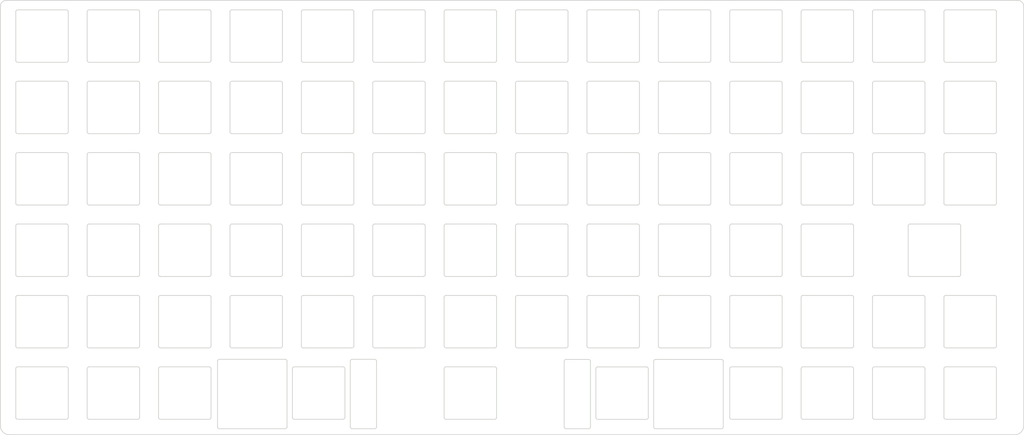
<source format=kicad_pcb>
(kicad_pcb (version 20171130) (host pcbnew 5.1.9-73d0e3b20d~88~ubuntu18.04.1)

  (general
    (thickness 1.6)
    (drawings 672)
    (tracks 0)
    (zones 0)
    (modules 0)
    (nets 1)
  )

  (page A2)
  (layers
    (0 F.Cu signal)
    (31 B.Cu signal)
    (32 B.Adhes user)
    (33 F.Adhes user)
    (34 B.Paste user)
    (35 F.Paste user)
    (36 B.SilkS user)
    (37 F.SilkS user)
    (38 B.Mask user)
    (39 F.Mask user)
    (40 Dwgs.User user)
    (41 Cmts.User user)
    (42 Eco1.User user)
    (43 Eco2.User user)
    (44 Edge.Cuts user)
    (45 Margin user)
    (46 B.CrtYd user)
    (47 F.CrtYd user)
    (48 B.Fab user)
    (49 F.Fab user)
  )

  (setup
    (last_trace_width 0.25)
    (trace_clearance 0.2)
    (zone_clearance 0.25)
    (zone_45_only no)
    (trace_min 0.2)
    (via_size 0.8)
    (via_drill 0.4)
    (via_min_size 0.4)
    (via_min_drill 0.3)
    (uvia_size 0.3)
    (uvia_drill 0.1)
    (uvias_allowed no)
    (uvia_min_size 0.2)
    (uvia_min_drill 0.1)
    (edge_width 0.1)
    (segment_width 0.2)
    (pcb_text_width 0.3)
    (pcb_text_size 1.5 1.5)
    (mod_edge_width 0.15)
    (mod_text_size 1 1)
    (mod_text_width 0.15)
    (pad_size 1.5 1.5)
    (pad_drill 0.6)
    (pad_to_mask_clearance 0)
    (aux_axis_origin 0 0)
    (visible_elements FFFFFF7F)
    (pcbplotparams
      (layerselection 0x010fc_ffffffff)
      (usegerberextensions false)
      (usegerberattributes false)
      (usegerberadvancedattributes false)
      (creategerberjobfile false)
      (excludeedgelayer true)
      (linewidth 0.100000)
      (plotframeref false)
      (viasonmask false)
      (mode 1)
      (useauxorigin false)
      (hpglpennumber 1)
      (hpglpenspeed 20)
      (hpglpendiameter 15.000000)
      (psnegative false)
      (psa4output false)
      (plotreference true)
      (plotvalue true)
      (plotinvisibletext false)
      (padsonsilk false)
      (subtractmaskfromsilk false)
      (outputformat 1)
      (mirror false)
      (drillshape 0)
      (scaleselection 1)
      (outputdirectory "plate/"))
  )

  (net 0 "")

  (net_class Default "This is the default net class."
    (clearance 0.2)
    (trace_width 0.25)
    (via_dia 0.8)
    (via_drill 0.4)
    (uvia_dia 0.3)
    (uvia_drill 0.1)
  )

  (gr_arc (start 187.965 171.6175) (end 187.465 171.6175) (angle -90) (layer Edge.Cuts) (width 0.2) (tstamp 6071E4DC))
  (gr_line (start 187.965 172.1175) (end 200.95875 172.1175) (layer Edge.Cuts) (width 0.2) (tstamp 60725950))
  (gr_line (start 187.45875 158.6175) (end 187.465 171.6175) (layer Edge.Cuts) (width 0.2) (tstamp 6071E52A))
  (gr_arc (start 203.39675 156.6175) (end 203.39675 156.1175) (angle -90) (layer Edge.Cuts) (width 0.2) (tstamp 6071FEB9))
  (gr_line (start 221.45625 174.125) (end 221.45625 156.6175) (layer Edge.Cuts) (width 0.2) (tstamp 6071FEB8))
  (gr_line (start 220.95625 156.1175) (end 203.39675 156.1175) (layer Edge.Cuts) (width 0.2) (tstamp 6071FEB7))
  (gr_line (start 186.02075 174.125) (end 186.02075 156.6175) (layer Edge.Cuts) (width 0.2) (tstamp 6071FEB6))
  (gr_line (start 220.95625 174.625) (end 203.39675 174.625) (layer Edge.Cuts) (width 0.2) (tstamp 6071FEB5))
  (gr_line (start 185.52075 174.625) (end 179.52075 174.625) (layer Edge.Cuts) (width 0.2) (tstamp 6071FEB3))
  (gr_line (start 185.52075 156.1175) (end 179.52075 156.1175) (layer Edge.Cuts) (width 0.2) (tstamp 6071FEB2))
  (gr_line (start 202.89675 174.125) (end 202.89675 156.6175) (layer Edge.Cuts) (width 0.2) (tstamp 6071FEB1))
  (gr_arc (start 185.52075 174.125) (end 185.52075 174.625) (angle -90) (layer Edge.Cuts) (width 0.2) (tstamp 6071FEB0))
  (gr_arc (start 220.95625 156.6175) (end 221.45625 156.6175) (angle -90) (layer Edge.Cuts) (width 0.2) (tstamp 6071FEAD))
  (gr_arc (start 203.39675 174.125) (end 202.89675 174.125) (angle -90) (layer Edge.Cuts) (width 0.2) (tstamp 6071FEA9))
  (gr_arc (start 179.52075 174.125) (end 179.02075 174.125) (angle -90) (layer Edge.Cuts) (width 0.2) (tstamp 6071FEA8))
  (gr_arc (start 185.52075 156.6175) (end 186.02075 156.6175) (angle -90) (layer Edge.Cuts) (width 0.2) (tstamp 6071FEA7))
  (gr_arc (start 179.52075 156.6175) (end 179.52075 156.1175) (angle -90) (layer Edge.Cuts) (width 0.2) (tstamp 6071FEA6))
  (gr_line (start 179.02075 174.125) (end 179.02075 156.6175) (layer Edge.Cuts) (width 0.2) (tstamp 6071FEA5))
  (gr_arc (start 220.95625 174.125) (end 220.95625 174.625) (angle -90) (layer Edge.Cuts) (width 0.2) (tstamp 6071FEA4))
  (gr_arc (start 122.44175 156.5975) (end 122.44175 156.0975) (angle -90) (layer Edge.Cuts) (width 0.2) (tstamp 6071FEB9))
  (gr_line (start 128.94175 174.125) (end 128.94175 156.5975) (layer Edge.Cuts) (width 0.2) (tstamp 6071FEB8))
  (gr_line (start 128.44175 156.0975) (end 122.44175 156.0975) (layer Edge.Cuts) (width 0.2) (tstamp 6071FEB7))
  (gr_line (start 105.06575 174.125) (end 105.06575 156.5975) (layer Edge.Cuts) (width 0.2) (tstamp 6071FEB6))
  (gr_line (start 128.44175 174.625) (end 122.44175 174.625) (layer Edge.Cuts) (width 0.2) (tstamp 6071FEB5))
  (gr_line (start 104.56575 174.625) (end 87.01875 174.625) (layer Edge.Cuts) (width 0.2) (tstamp 6071FEB3))
  (gr_line (start 104.56575 156.0975) (end 87.01875 156.0975) (layer Edge.Cuts) (width 0.2) (tstamp 6071FEB2))
  (gr_line (start 121.94175 174.125) (end 121.94175 156.5975) (layer Edge.Cuts) (width 0.2) (tstamp 6071FEB1))
  (gr_arc (start 104.56575 174.125) (end 104.56575 174.625) (angle -90) (layer Edge.Cuts) (width 0.2) (tstamp 6071FEB0))
  (gr_arc (start 128.44175 156.5975) (end 128.94175 156.5975) (angle -90) (layer Edge.Cuts) (width 0.2) (tstamp 6071FEAD))
  (gr_arc (start 122.44175 174.125) (end 121.94175 174.125) (angle -90) (layer Edge.Cuts) (width 0.2) (tstamp 6071FEA9))
  (gr_arc (start 87.01875 174.125) (end 86.51875 174.125) (angle -90) (layer Edge.Cuts) (width 0.2) (tstamp 6071FEA8))
  (gr_arc (start 104.56575 156.5975) (end 105.06575 156.5975) (angle -90) (layer Edge.Cuts) (width 0.2) (tstamp 6071FEA7))
  (gr_arc (start 87.01875 156.5975) (end 87.01875 156.0975) (angle -90) (layer Edge.Cuts) (width 0.2) (tstamp 6071FEA6))
  (gr_line (start 86.51875 174.125) (end 86.51875 156.5975) (layer Edge.Cuts) (width 0.2) (tstamp 6071FEA5))
  (gr_arc (start 128.44175 174.125) (end 128.44175 174.625) (angle -90) (layer Edge.Cuts) (width 0.2) (tstamp 6071FEA4))
  (gr_arc (start 300.0375 61.9125) (end 301.625 61.9125) (angle -90) (layer Edge.Cuts) (width 0.2))
  (gr_arc (start 30.1625 61.9125) (end 30.1625 60.325) (angle -90) (layer Edge.Cuts) (width 0.2))
  (gr_arc (start 299.24375 173.83125) (end 299.24375 176.2125) (angle -90) (layer Edge.Cuts) (width 0.2))
  (gr_arc (start 30.95625 173.83125) (end 28.575 173.83125) (angle -90) (layer Edge.Cuts) (width 0.2))
  (gr_arc (start 271.31 120.4975) (end 271.31 119.9975) (angle -90) (layer Edge.Cuts) (width 0.2) (tstamp 6071F2C2))
  (gr_arc (start 284.31 133.4975) (end 284.31 133.9975) (angle -90) (layer Edge.Cuts) (width 0.2) (tstamp 6071F2C9))
  (gr_arc (start 271.31 133.4975) (end 270.81 133.4975) (angle -90) (layer Edge.Cuts) (width 0.2) (tstamp 6071F2C7))
  (gr_line (start 270.81 120.4975) (end 270.81 133.4975) (layer Edge.Cuts) (width 0.2) (tstamp 6071F2C8))
  (gr_arc (start 284.31 120.4975) (end 284.81 120.4975) (angle -90) (layer Edge.Cuts) (width 0.2) (tstamp 6071F2C5))
  (gr_line (start 284.81 120.4975) (end 284.81 133.4975) (layer Edge.Cuts) (width 0.2) (tstamp 6071F2C4))
  (gr_line (start 271.31 119.9975) (end 284.31 119.9975) (layer Edge.Cuts) (width 0.2) (tstamp 6071F2C3))
  (gr_line (start 271.31 133.9975) (end 284.31 133.9975) (layer Edge.Cuts) (width 0.2) (tstamp 6071F2C6))
  (gr_arc (start 46.185 158.5975) (end 46.685 158.5975) (angle -90) (layer Edge.Cuts) (width 0.2) (tstamp 6071E545))
  (gr_line (start 280.335 158.5975) (end 280.335 171.5975) (layer Edge.Cuts) (width 0.2) (tstamp 6071E544))
  (gr_arc (start 65.235 171.5975) (end 65.235 172.0975) (angle -90) (layer Edge.Cuts) (width 0.2) (tstamp 6071E541))
  (gr_arc (start 107.00375 171.5975) (end 106.50375 171.5975) (angle -90) (layer Edge.Cuts) (width 0.2) (tstamp 6071E540))
  (gr_arc (start 236.685 158.5975) (end 237.185 158.5975) (angle -90) (layer Edge.Cuts) (width 0.2) (tstamp 6071E53F))
  (gr_line (start 33.185 158.0975) (end 46.185 158.0975) (layer Edge.Cuts) (width 0.2) (tstamp 6071E53E))
  (gr_arc (start 107.00375 158.5975) (end 107.00375 158.0975) (angle -90) (layer Edge.Cuts) (width 0.2) (tstamp 6071E53A))
  (gr_arc (start 293.835 158.5975) (end 294.335 158.5975) (angle -90) (layer Edge.Cuts) (width 0.2) (tstamp 6071E539))
  (gr_arc (start 33.185 158.5975) (end 33.185 158.0975) (angle -90) (layer Edge.Cuts) (width 0.2) (tstamp 6071E537))
  (gr_arc (start 255.735 171.5975) (end 255.735 172.0975) (angle -90) (layer Edge.Cuts) (width 0.2) (tstamp 6071E535))
  (gr_arc (start 261.785 171.5975) (end 261.285 171.5975) (angle -90) (layer Edge.Cuts) (width 0.2) (tstamp 6071E534))
  (gr_line (start 223.685 172.0975) (end 236.685 172.0975) (layer Edge.Cuts) (width 0.2) (tstamp 6071E533))
  (gr_arc (start 236.685 171.5975) (end 236.685 172.0975) (angle -90) (layer Edge.Cuts) (width 0.2) (tstamp 6071E531))
  (gr_line (start 280.835 172.0975) (end 293.835 172.0975) (layer Edge.Cuts) (width 0.2) (tstamp 6071E52E))
  (gr_arc (start 200.95875 158.6175) (end 201.45875 158.6175) (angle -90) (layer Edge.Cuts) (width 0.2) (tstamp 6071E52D))
  (gr_line (start 294.335 158.5975) (end 294.335 171.5975) (layer Edge.Cuts) (width 0.2) (tstamp 6071E52C))
  (gr_line (start 201.45875 158.6175) (end 201.45875 171.6175) (layer Edge.Cuts) (width 0.2) (tstamp 6071E52B))
  (gr_arc (start 120.00375 158.5975) (end 120.50375 158.5975) (angle -90) (layer Edge.Cuts) (width 0.2) (tstamp 6071E529))
  (gr_line (start 242.735 158.0975) (end 255.735 158.0975) (layer Edge.Cuts) (width 0.2) (tstamp 6071E527))
  (gr_arc (start 274.785 171.5975) (end 274.785 172.0975) (angle -90) (layer Edge.Cuts) (width 0.2) (tstamp 6071E526))
  (gr_arc (start 147.485 171.5975) (end 146.985 171.5975) (angle -90) (layer Edge.Cuts) (width 0.2) (tstamp 6071E525))
  (gr_line (start 242.235 158.5975) (end 242.235 171.5975) (layer Edge.Cuts) (width 0.2) (tstamp 6071E524))
  (gr_arc (start 52.235 171.5975) (end 51.735 171.5975) (angle -90) (layer Edge.Cuts) (width 0.2) (tstamp 6071E523))
  (gr_arc (start 242.735 171.5975) (end 242.235 171.5975) (angle -90) (layer Edge.Cuts) (width 0.2) (tstamp 6071E522))
  (gr_line (start 52.235 172.0975) (end 65.235 172.0975) (layer Edge.Cuts) (width 0.2) (tstamp 6071E51F))
  (gr_line (start 237.185 158.5975) (end 237.185 171.5975) (layer Edge.Cuts) (width 0.2) (tstamp 6071E51E))
  (gr_arc (start 223.685 158.5975) (end 223.685 158.0975) (angle -90) (layer Edge.Cuts) (width 0.2) (tstamp 6071E51C))
  (gr_arc (start 52.235 158.5975) (end 52.235 158.0975) (angle -90) (layer Edge.Cuts) (width 0.2) (tstamp 6071E51A))
  (gr_arc (start 46.185 171.5975) (end 46.185 172.0975) (angle -90) (layer Edge.Cuts) (width 0.2) (tstamp 6071E518))
  (gr_arc (start 280.835 158.5975) (end 280.835 158.0975) (angle -90) (layer Edge.Cuts) (width 0.2) (tstamp 6071E517))
  (gr_arc (start 33.185 171.5975) (end 32.685 171.5975) (angle -90) (layer Edge.Cuts) (width 0.2) (tstamp 6071E516))
  (gr_line (start 107.00375 158.0975) (end 120.00375 158.0975) (layer Edge.Cuts) (width 0.2) (tstamp 6071E515))
  (gr_line (start 51.735 158.5975) (end 51.735 171.5975) (layer Edge.Cuts) (width 0.2) (tstamp 6071E513))
  (gr_line (start 32.685 158.5975) (end 32.685 171.5975) (layer Edge.Cuts) (width 0.2) (tstamp 6071E512))
  (gr_arc (start 280.835 171.5975) (end 280.335 171.5975) (angle -90) (layer Edge.Cuts) (width 0.2) (tstamp 6071E511))
  (gr_line (start 46.685 158.5975) (end 46.685 171.5975) (layer Edge.Cuts) (width 0.2) (tstamp 6071E510))
  (gr_arc (start 84.285 171.5975) (end 84.285 172.0975) (angle -90) (layer Edge.Cuts) (width 0.2) (tstamp 6071E50E))
  (gr_arc (start 242.735 158.5975) (end 242.735 158.0975) (angle -90) (layer Edge.Cuts) (width 0.2) (tstamp 6071E50C))
  (gr_arc (start 274.785 158.5975) (end 275.285 158.5975) (angle -90) (layer Edge.Cuts) (width 0.2) (tstamp 6071E50A))
  (gr_line (start 147.485 172.0975) (end 160.485 172.0975) (layer Edge.Cuts) (width 0.2) (tstamp 6071E509))
  (gr_line (start 223.685 158.0975) (end 236.685 158.0975) (layer Edge.Cuts) (width 0.2) (tstamp 6071E508))
  (gr_arc (start 71.285 171.5975) (end 70.785 171.5975) (angle -90) (layer Edge.Cuts) (width 0.2) (tstamp 6071E506))
  (gr_arc (start 120.00375 171.5975) (end 120.00375 172.0975) (angle -90) (layer Edge.Cuts) (width 0.2) (tstamp 6071E504))
  (gr_arc (start 187.95875 158.6175) (end 187.95875 158.1175) (angle -90) (layer Edge.Cuts) (width 0.2) (tstamp 6071E503))
  (gr_line (start 71.285 158.0975) (end 84.285 158.0975) (layer Edge.Cuts) (width 0.2) (tstamp 6071E502))
  (gr_line (start 261.785 158.0975) (end 274.785 158.0975) (layer Edge.Cuts) (width 0.2) (tstamp 6071E500))
  (gr_line (start 261.785 172.0975) (end 274.785 172.0975) (layer Edge.Cuts) (width 0.2) (tstamp 6071E4FF))
  (gr_line (start 120.50375 158.5975) (end 120.50375 171.5975) (layer Edge.Cuts) (width 0.2) (tstamp 6071E4FE))
  (gr_arc (start 200.95875 171.6175) (end 200.95875 172.1175) (angle -90) (layer Edge.Cuts) (width 0.2) (tstamp 6071E4FB))
  (gr_arc (start 255.735 158.5975) (end 256.235 158.5975) (angle -90) (layer Edge.Cuts) (width 0.2) (tstamp 6071E4FA))
  (gr_line (start 187.95875 158.1175) (end 200.95875 158.1175) (layer Edge.Cuts) (width 0.2) (tstamp 6071E4F9))
  (gr_line (start 70.785 158.5975) (end 70.785 171.5975) (layer Edge.Cuts) (width 0.2) (tstamp 6071E4F8))
  (gr_arc (start 71.285 158.5975) (end 71.285 158.0975) (angle -90) (layer Edge.Cuts) (width 0.2) (tstamp 6071E4F7))
  (gr_line (start 84.785 158.5975) (end 84.785 171.5975) (layer Edge.Cuts) (width 0.2) (tstamp 6071E4F6))
  (gr_arc (start 261.785 158.5975) (end 261.785 158.0975) (angle -90) (layer Edge.Cuts) (width 0.2) (tstamp 6071E4F5))
  (gr_line (start 65.735 158.5975) (end 65.735 171.5975) (layer Edge.Cuts) (width 0.2) (tstamp 6071E4F4))
  (gr_line (start 71.285 172.0975) (end 84.285 172.0975) (layer Edge.Cuts) (width 0.2) (tstamp 6071E4F3))
  (gr_line (start 256.235 158.5975) (end 256.235 171.5975) (layer Edge.Cuts) (width 0.2) (tstamp 6071E4F0))
  (gr_arc (start 147.485 158.5975) (end 147.485 158.0975) (angle -90) (layer Edge.Cuts) (width 0.2) (tstamp 6071E4EF))
  (gr_arc (start 293.835 171.5975) (end 293.835 172.0975) (angle -90) (layer Edge.Cuts) (width 0.2) (tstamp 6071E4ED))
  (gr_line (start 261.285 158.5975) (end 261.285 171.5975) (layer Edge.Cuts) (width 0.2) (tstamp 6071E4EC))
  (gr_arc (start 223.685 171.5975) (end 223.185 171.5975) (angle -90) (layer Edge.Cuts) (width 0.2) (tstamp 6071E4EA))
  (gr_line (start 52.235 158.0975) (end 65.235 158.0975) (layer Edge.Cuts) (width 0.2) (tstamp 6071E4E9))
  (gr_arc (start 160.485 158.5975) (end 160.985 158.5975) (angle -90) (layer Edge.Cuts) (width 0.2) (tstamp 6071E4E8))
  (gr_line (start 147.485 158.0975) (end 160.485 158.0975) (layer Edge.Cuts) (width 0.2) (tstamp 6071E4E7))
  (gr_line (start 107.00375 172.0975) (end 120.00375 172.0975) (layer Edge.Cuts) (width 0.2) (tstamp 6071E4E6))
  (gr_line (start 223.185 158.5975) (end 223.185 171.5975) (layer Edge.Cuts) (width 0.2) (tstamp 6071E4E5))
  (gr_line (start 106.50375 158.5975) (end 106.50375 171.5975) (layer Edge.Cuts) (width 0.2) (tstamp 6071E4E4))
  (gr_line (start 275.285 158.5975) (end 275.285 171.5975) (layer Edge.Cuts) (width 0.2) (tstamp 6071E4E3))
  (gr_line (start 160.985 158.5975) (end 160.985 171.5975) (layer Edge.Cuts) (width 0.2) (tstamp 6071E4E0))
  (gr_arc (start 160.485 171.5975) (end 160.485 172.0975) (angle -90) (layer Edge.Cuts) (width 0.2) (tstamp 6071E4DE))
  (gr_line (start 33.185 172.0975) (end 46.185 172.0975) (layer Edge.Cuts) (width 0.2) (tstamp 6071E4DD))
  (gr_line (start 242.735 172.0975) (end 255.735 172.0975) (layer Edge.Cuts) (width 0.2) (tstamp 6071E4DB))
  (gr_arc (start 84.285 158.5975) (end 84.785 158.5975) (angle -90) (layer Edge.Cuts) (width 0.2) (tstamp 6071E4DA))
  (gr_arc (start 65.235 158.5975) (end 65.735 158.5975) (angle -90) (layer Edge.Cuts) (width 0.2) (tstamp 6071E4D9))
  (gr_line (start 280.835 158.0975) (end 293.835 158.0975) (layer Edge.Cuts) (width 0.2) (tstamp 6071E4D7))
  (gr_line (start 146.985 158.5975) (end 146.985 171.5975) (layer Edge.Cuts) (width 0.2) (tstamp 6071E4D6))
  (gr_line (start 242.735 139.0475) (end 255.735 139.0475) (layer Edge.Cuts) (width 0.2) (tstamp 6071E465))
  (gr_line (start 65.735 139.5475) (end 65.735 152.5475) (layer Edge.Cuts) (width 0.2) (tstamp 6071E464))
  (gr_line (start 51.735 139.5475) (end 51.735 152.5475) (layer Edge.Cuts) (width 0.2) (tstamp 6071E463))
  (gr_line (start 52.235 139.0475) (end 65.235 139.0475) (layer Edge.Cuts) (width 0.2) (tstamp 6071E462))
  (gr_arc (start 160.485 152.5475) (end 160.485 153.0475) (angle -90) (layer Edge.Cuts) (width 0.2) (tstamp 6071E461))
  (gr_line (start 166.535 139.0475) (end 179.535 139.0475) (layer Edge.Cuts) (width 0.2) (tstamp 6071E460))
  (gr_line (start 127.935 139.5475) (end 127.935 152.5475) (layer Edge.Cuts) (width 0.2) (tstamp 6071E45F))
  (gr_line (start 166.535 153.0475) (end 179.535 153.0475) (layer Edge.Cuts) (width 0.2) (tstamp 6071E45E))
  (gr_line (start 84.785 139.5475) (end 84.785 152.5475) (layer Edge.Cuts) (width 0.2) (tstamp 6071E45D))
  (gr_line (start 280.835 153.0475) (end 293.835 153.0475) (layer Edge.Cuts) (width 0.2) (tstamp 6071E45C))
  (gr_line (start 204.135 139.5475) (end 204.135 152.5475) (layer Edge.Cuts) (width 0.2) (tstamp 6071E45B))
  (gr_arc (start 65.235 139.5475) (end 65.735 139.5475) (angle -90) (layer Edge.Cuts) (width 0.2) (tstamp 6071E45A))
  (gr_line (start 185.585 153.0475) (end 198.585 153.0475) (layer Edge.Cuts) (width 0.2) (tstamp 6071E459))
  (gr_arc (start 185.585 139.5475) (end 185.585 139.0475) (angle -90) (layer Edge.Cuts) (width 0.2) (tstamp 6071E458))
  (gr_line (start 275.285 139.5475) (end 275.285 152.5475) (layer Edge.Cuts) (width 0.2) (tstamp 6071E457))
  (gr_line (start 108.885 139.5475) (end 108.885 152.5475) (layer Edge.Cuts) (width 0.2) (tstamp 6071E456))
  (gr_line (start 109.385 139.0475) (end 122.385 139.0475) (layer Edge.Cuts) (width 0.2) (tstamp 6071E455))
  (gr_arc (start 141.435 152.5475) (end 141.435 153.0475) (angle -90) (layer Edge.Cuts) (width 0.2) (tstamp 6071E454))
  (gr_arc (start 255.735 139.5475) (end 256.235 139.5475) (angle -90) (layer Edge.Cuts) (width 0.2) (tstamp 6071E453))
  (gr_line (start 261.785 139.0475) (end 274.785 139.0475) (layer Edge.Cuts) (width 0.2) (tstamp 6071E452))
  (gr_line (start 180.035 139.5475) (end 180.035 152.5475) (layer Edge.Cuts) (width 0.2) (tstamp 6071E451))
  (gr_arc (start 71.285 152.5475) (end 70.785 152.5475) (angle -90) (layer Edge.Cuts) (width 0.2) (tstamp 6071E450))
  (gr_line (start 199.085 139.5475) (end 199.085 152.5475) (layer Edge.Cuts) (width 0.2) (tstamp 6071E44F))
  (gr_line (start 90.335 153.0475) (end 103.335 153.0475) (layer Edge.Cuts) (width 0.2) (tstamp 6071E44E))
  (gr_line (start 261.285 139.5475) (end 261.285 152.5475) (layer Edge.Cuts) (width 0.2) (tstamp 6071E44D))
  (gr_arc (start 160.485 139.5475) (end 160.985 139.5475) (angle -90) (layer Edge.Cuts) (width 0.2) (tstamp 6071E44C))
  (gr_arc (start 71.285 139.5475) (end 71.285 139.0475) (angle -90) (layer Edge.Cuts) (width 0.2) (tstamp 6071E44B))
  (gr_line (start 242.235 139.5475) (end 242.235 152.5475) (layer Edge.Cuts) (width 0.2) (tstamp 6071E44A))
  (gr_arc (start 198.585 152.5475) (end 198.585 153.0475) (angle -90) (layer Edge.Cuts) (width 0.2) (tstamp 6071E449))
  (gr_arc (start 274.785 139.5475) (end 275.285 139.5475) (angle -90) (layer Edge.Cuts) (width 0.2) (tstamp 6071E448))
  (gr_arc (start 242.735 139.5475) (end 242.735 139.0475) (angle -90) (layer Edge.Cuts) (width 0.2) (tstamp 6071E447))
  (gr_arc (start 52.235 152.5475) (end 51.735 152.5475) (angle -90) (layer Edge.Cuts) (width 0.2) (tstamp 6071E446))
  (gr_line (start 32.685 139.5475) (end 32.685 152.5475) (layer Edge.Cuts) (width 0.2) (tstamp 6071E445))
  (gr_line (start 185.085 139.5475) (end 185.085 152.5475) (layer Edge.Cuts) (width 0.2) (tstamp 6071E444))
  (gr_arc (start 109.385 139.5475) (end 109.385 139.0475) (angle -90) (layer Edge.Cuts) (width 0.2) (tstamp 6071E443))
  (gr_arc (start 204.635 139.5475) (end 204.635 139.0475) (angle -90) (layer Edge.Cuts) (width 0.2) (tstamp 6071E442))
  (gr_line (start 242.735 153.0475) (end 255.735 153.0475) (layer Edge.Cuts) (width 0.2) (tstamp 6071E441))
  (gr_line (start 261.785 153.0475) (end 274.785 153.0475) (layer Edge.Cuts) (width 0.2) (tstamp 6071E440))
  (gr_arc (start 84.285 152.5475) (end 84.285 153.0475) (angle -90) (layer Edge.Cuts) (width 0.2) (tstamp 6071E43F))
  (gr_arc (start 128.435 139.5475) (end 128.435 139.0475) (angle -90) (layer Edge.Cuts) (width 0.2) (tstamp 6071E43E))
  (gr_arc (start 33.185 152.5475) (end 32.685 152.5475) (angle -90) (layer Edge.Cuts) (width 0.2) (tstamp 6071E43D))
  (gr_line (start 223.185 139.5475) (end 223.185 152.5475) (layer Edge.Cuts) (width 0.2) (tstamp 6071E43C))
  (gr_line (start 103.835 139.5475) (end 103.835 152.5475) (layer Edge.Cuts) (width 0.2) (tstamp 6071E43B))
  (gr_line (start 90.335 139.0475) (end 103.335 139.0475) (layer Edge.Cuts) (width 0.2) (tstamp 6071E43A))
  (gr_line (start 185.585 139.0475) (end 198.585 139.0475) (layer Edge.Cuts) (width 0.2) (tstamp 6071E439))
  (gr_line (start 109.385 153.0475) (end 122.385 153.0475) (layer Edge.Cuts) (width 0.2) (tstamp 6071E438))
  (gr_arc (start 147.485 139.5475) (end 147.485 139.0475) (angle -90) (layer Edge.Cuts) (width 0.2) (tstamp 6071E437))
  (gr_arc (start 166.535 139.5475) (end 166.535 139.0475) (angle -90) (layer Edge.Cuts) (width 0.2) (tstamp 6071E436))
  (gr_arc (start 179.535 152.5475) (end 179.535 153.0475) (angle -90) (layer Edge.Cuts) (width 0.2) (tstamp 6071E435))
  (gr_arc (start 122.385 152.5475) (end 122.385 153.0475) (angle -90) (layer Edge.Cuts) (width 0.2) (tstamp 6071E434))
  (gr_line (start 218.135 139.5475) (end 218.135 152.5475) (layer Edge.Cuts) (width 0.2) (tstamp 6071E433))
  (gr_arc (start 122.385 139.5475) (end 122.885 139.5475) (angle -90) (layer Edge.Cuts) (width 0.2) (tstamp 6071E432))
  (gr_arc (start 128.435 152.5475) (end 127.935 152.5475) (angle -90) (layer Edge.Cuts) (width 0.2) (tstamp 6071E431))
  (gr_arc (start 147.485 152.5475) (end 146.985 152.5475) (angle -90) (layer Edge.Cuts) (width 0.2) (tstamp 6071E430))
  (gr_line (start 204.635 139.0475) (end 217.635 139.0475) (layer Edge.Cuts) (width 0.2) (tstamp 6071E42F))
  (gr_line (start 52.235 153.0475) (end 65.235 153.0475) (layer Edge.Cuts) (width 0.2) (tstamp 6071E42E))
  (gr_arc (start 103.335 139.5475) (end 103.835 139.5475) (angle -90) (layer Edge.Cuts) (width 0.2) (tstamp 6071E42D))
  (gr_arc (start 90.335 152.5475) (end 89.835 152.5475) (angle -90) (layer Edge.Cuts) (width 0.2) (tstamp 6071E42C))
  (gr_arc (start 223.685 152.5475) (end 223.185 152.5475) (angle -90) (layer Edge.Cuts) (width 0.2) (tstamp 6071E42B))
  (gr_arc (start 65.235 152.5475) (end 65.235 153.0475) (angle -90) (layer Edge.Cuts) (width 0.2) (tstamp 6071E42A))
  (gr_line (start 46.685 139.5475) (end 46.685 152.5475) (layer Edge.Cuts) (width 0.2) (tstamp 6071E429))
  (gr_arc (start 274.785 152.5475) (end 274.785 153.0475) (angle -90) (layer Edge.Cuts) (width 0.2) (tstamp 6071E428))
  (gr_arc (start 103.335 152.5475) (end 103.335 153.0475) (angle -90) (layer Edge.Cuts) (width 0.2) (tstamp 6071E427))
  (gr_arc (start 236.685 152.5475) (end 236.685 153.0475) (angle -90) (layer Edge.Cuts) (width 0.2) (tstamp 6071E426))
  (gr_arc (start 52.235 139.5475) (end 52.235 139.0475) (angle -90) (layer Edge.Cuts) (width 0.2) (tstamp 6071E425))
  (gr_arc (start 261.785 152.5475) (end 261.285 152.5475) (angle -90) (layer Edge.Cuts) (width 0.2) (tstamp 6071E424))
  (gr_arc (start 280.835 152.5475) (end 280.335 152.5475) (angle -90) (layer Edge.Cuts) (width 0.2) (tstamp 6071E423))
  (gr_line (start 223.685 153.0475) (end 236.685 153.0475) (layer Edge.Cuts) (width 0.2) (tstamp 6071E422))
  (gr_arc (start 198.585 139.5475) (end 199.085 139.5475) (angle -90) (layer Edge.Cuts) (width 0.2) (tstamp 6071E421))
  (gr_arc (start 217.635 152.5475) (end 217.635 153.0475) (angle -90) (layer Edge.Cuts) (width 0.2) (tstamp 6071E420))
  (gr_arc (start 33.185 139.5475) (end 33.185 139.0475) (angle -90) (layer Edge.Cuts) (width 0.2) (tstamp 6071E41F))
  (gr_arc (start 242.735 152.5475) (end 242.235 152.5475) (angle -90) (layer Edge.Cuts) (width 0.2) (tstamp 6071E41E))
  (gr_arc (start 280.835 139.5475) (end 280.835 139.0475) (angle -90) (layer Edge.Cuts) (width 0.2) (tstamp 6071E41D))
  (gr_arc (start 109.385 152.5475) (end 108.885 152.5475) (angle -90) (layer Edge.Cuts) (width 0.2) (tstamp 6071E41C))
  (gr_arc (start 90.335 139.5475) (end 90.335 139.0475) (angle -90) (layer Edge.Cuts) (width 0.2) (tstamp 6071E41B))
  (gr_arc (start 204.635 152.5475) (end 204.135 152.5475) (angle -90) (layer Edge.Cuts) (width 0.2) (tstamp 6071E41A))
  (gr_line (start 33.185 153.0475) (end 46.185 153.0475) (layer Edge.Cuts) (width 0.2) (tstamp 6071E419))
  (gr_line (start 128.435 139.0475) (end 141.435 139.0475) (layer Edge.Cuts) (width 0.2) (tstamp 6071E418))
  (gr_line (start 223.685 139.0475) (end 236.685 139.0475) (layer Edge.Cuts) (width 0.2) (tstamp 6071E417))
  (gr_line (start 280.835 139.0475) (end 293.835 139.0475) (layer Edge.Cuts) (width 0.2) (tstamp 6071E416))
  (gr_line (start 70.785 139.5475) (end 70.785 152.5475) (layer Edge.Cuts) (width 0.2) (tstamp 6071E415))
  (gr_line (start 122.885 139.5475) (end 122.885 152.5475) (layer Edge.Cuts) (width 0.2) (tstamp 6071E414))
  (gr_arc (start 84.285 139.5475) (end 84.785 139.5475) (angle -90) (layer Edge.Cuts) (width 0.2) (tstamp 6071E413))
  (gr_line (start 147.485 153.0475) (end 160.485 153.0475) (layer Edge.Cuts) (width 0.2) (tstamp 6071E412))
  (gr_line (start 280.335 139.5475) (end 280.335 152.5475) (layer Edge.Cuts) (width 0.2) (tstamp 6071E411))
  (gr_line (start 147.485 139.0475) (end 160.485 139.0475) (layer Edge.Cuts) (width 0.2) (tstamp 6071E410))
  (gr_arc (start 141.435 139.5475) (end 141.935 139.5475) (angle -90) (layer Edge.Cuts) (width 0.2) (tstamp 6071E40F))
  (gr_arc (start 255.735 152.5475) (end 255.735 153.0475) (angle -90) (layer Edge.Cuts) (width 0.2) (tstamp 6071E40E))
  (gr_arc (start 166.535 152.5475) (end 166.035 152.5475) (angle -90) (layer Edge.Cuts) (width 0.2) (tstamp 6071E40D))
  (gr_arc (start 217.635 139.5475) (end 218.135 139.5475) (angle -90) (layer Edge.Cuts) (width 0.2) (tstamp 6071E40C))
  (gr_arc (start 46.185 139.5475) (end 46.685 139.5475) (angle -90) (layer Edge.Cuts) (width 0.2) (tstamp 6071E40B))
  (gr_line (start 71.285 153.0475) (end 84.285 153.0475) (layer Edge.Cuts) (width 0.2) (tstamp 6071E40A))
  (gr_line (start 237.185 139.5475) (end 237.185 152.5475) (layer Edge.Cuts) (width 0.2) (tstamp 6071E409))
  (gr_line (start 204.635 153.0475) (end 217.635 153.0475) (layer Edge.Cuts) (width 0.2) (tstamp 6071E408))
  (gr_arc (start 293.835 152.5475) (end 293.835 153.0475) (angle -90) (layer Edge.Cuts) (width 0.2) (tstamp 6071E407))
  (gr_arc (start 46.185 152.5475) (end 46.185 153.0475) (angle -90) (layer Edge.Cuts) (width 0.2) (tstamp 6071E406))
  (gr_line (start 128.435 153.0475) (end 141.435 153.0475) (layer Edge.Cuts) (width 0.2) (tstamp 6071E405))
  (gr_line (start 256.235 139.5475) (end 256.235 152.5475) (layer Edge.Cuts) (width 0.2) (tstamp 6071E404))
  (gr_arc (start 236.685 139.5475) (end 237.185 139.5475) (angle -90) (layer Edge.Cuts) (width 0.2) (tstamp 6071E403))
  (gr_line (start 294.335 139.5475) (end 294.335 152.5475) (layer Edge.Cuts) (width 0.2) (tstamp 6071E402))
  (gr_line (start 89.835 139.5475) (end 89.835 152.5475) (layer Edge.Cuts) (width 0.2) (tstamp 6071E401))
  (gr_arc (start 223.685 139.5475) (end 223.685 139.0475) (angle -90) (layer Edge.Cuts) (width 0.2) (tstamp 6071E400))
  (gr_arc (start 261.785 139.5475) (end 261.785 139.0475) (angle -90) (layer Edge.Cuts) (width 0.2) (tstamp 6071E3FF))
  (gr_line (start 166.035 139.5475) (end 166.035 152.5475) (layer Edge.Cuts) (width 0.2) (tstamp 6071E3FE))
  (gr_line (start 141.935 139.5475) (end 141.935 152.5475) (layer Edge.Cuts) (width 0.2) (tstamp 6071E3FD))
  (gr_arc (start 293.835 139.5475) (end 294.335 139.5475) (angle -90) (layer Edge.Cuts) (width 0.2) (tstamp 6071E3FC))
  (gr_line (start 33.185 139.0475) (end 46.185 139.0475) (layer Edge.Cuts) (width 0.2) (tstamp 6071E3FB))
  (gr_line (start 146.985 139.5475) (end 146.985 152.5475) (layer Edge.Cuts) (width 0.2) (tstamp 6071E3FA))
  (gr_arc (start 179.535 139.5475) (end 180.035 139.5475) (angle -90) (layer Edge.Cuts) (width 0.2) (tstamp 6071E3F9))
  (gr_arc (start 185.585 152.5475) (end 185.085 152.5475) (angle -90) (layer Edge.Cuts) (width 0.2) (tstamp 6071E3F8))
  (gr_line (start 160.985 139.5475) (end 160.985 152.5475) (layer Edge.Cuts) (width 0.2) (tstamp 6071E3F7))
  (gr_line (start 71.285 139.0475) (end 84.285 139.0475) (layer Edge.Cuts) (width 0.2) (tstamp 6071E3F6))
  (gr_arc (start 166.535 133.4975) (end 166.035 133.4975) (angle -90) (layer Edge.Cuts) (width 0.2) (tstamp 6071E384))
  (gr_line (start 52.235 119.9975) (end 65.235 119.9975) (layer Edge.Cuts) (width 0.2) (tstamp 6071E383))
  (gr_line (start 46.685 120.4975) (end 46.685 133.4975) (layer Edge.Cuts) (width 0.2) (tstamp 6071E382))
  (gr_line (start 204.635 133.9975) (end 217.635 133.9975) (layer Edge.Cuts) (width 0.2) (tstamp 6071E381))
  (gr_arc (start 46.185 133.4975) (end 46.185 133.9975) (angle -90) (layer Edge.Cuts) (width 0.2) (tstamp 6071E37F))
  (gr_line (start 71.285 133.9975) (end 84.285 133.9975) (layer Edge.Cuts) (width 0.2) (tstamp 6071E37E))
  (gr_arc (start 84.285 120.4975) (end 84.785 120.4975) (angle -90) (layer Edge.Cuts) (width 0.2) (tstamp 6071E37D))
  (gr_line (start 147.485 119.9975) (end 160.485 119.9975) (layer Edge.Cuts) (width 0.2) (tstamp 6071E37C))
  (gr_line (start 223.685 119.9975) (end 236.685 119.9975) (layer Edge.Cuts) (width 0.2) (tstamp 6071E37B))
  (gr_arc (start 65.235 133.4975) (end 65.235 133.9975) (angle -90) (layer Edge.Cuts) (width 0.2) (tstamp 6071E37A))
  (gr_arc (start 46.185 120.4975) (end 46.685 120.4975) (angle -90) (layer Edge.Cuts) (width 0.2) (tstamp 6071E379))
  (gr_line (start 237.185 120.4975) (end 237.185 133.4975) (layer Edge.Cuts) (width 0.2) (tstamp 6071E378))
  (gr_arc (start 217.635 120.4975) (end 218.135 120.4975) (angle -90) (layer Edge.Cuts) (width 0.2) (tstamp 6071E376))
  (gr_arc (start 52.235 120.4975) (end 52.235 119.9975) (angle -90) (layer Edge.Cuts) (width 0.2) (tstamp 6071E375))
  (gr_arc (start 90.335 120.4975) (end 90.335 119.9975) (angle -90) (layer Edge.Cuts) (width 0.2) (tstamp 6071E374))
  (gr_line (start 33.185 133.9975) (end 46.185 133.9975) (layer Edge.Cuts) (width 0.2) (tstamp 6071E373))
  (gr_arc (start 141.435 120.4975) (end 141.935 120.4975) (angle -90) (layer Edge.Cuts) (width 0.2) (tstamp 6071E372))
  (gr_arc (start 255.735 133.4975) (end 255.735 133.9975) (angle -90) (layer Edge.Cuts) (width 0.2) (tstamp 6071E371))
  (gr_arc (start 217.635 133.4975) (end 217.635 133.9975) (angle -90) (layer Edge.Cuts) (width 0.2) (tstamp 6071E370))
  (gr_arc (start 223.685 133.4975) (end 223.185 133.4975) (angle -90) (layer Edge.Cuts) (width 0.2) (tstamp 6071E36F))
  (gr_arc (start 147.485 133.4975) (end 146.985 133.4975) (angle -90) (layer Edge.Cuts) (width 0.2) (tstamp 6071E36E))
  (gr_line (start 103.835 120.4975) (end 103.835 133.4975) (layer Edge.Cuts) (width 0.2) (tstamp 6071E36D))
  (gr_line (start 128.435 119.9975) (end 141.435 119.9975) (layer Edge.Cuts) (width 0.2) (tstamp 6071E36C))
  (gr_arc (start 33.185 120.4975) (end 33.185 119.9975) (angle -90) (layer Edge.Cuts) (width 0.2) (tstamp 6071E36B))
  (gr_arc (start 179.535 133.4975) (end 179.535 133.9975) (angle -90) (layer Edge.Cuts) (width 0.2) (tstamp 6071E36A))
  (gr_arc (start 128.435 133.4975) (end 127.935 133.4975) (angle -90) (layer Edge.Cuts) (width 0.2) (tstamp 6071E369))
  (gr_arc (start 242.735 133.4975) (end 242.235 133.4975) (angle -90) (layer Edge.Cuts) (width 0.2) (tstamp 6071E368))
  (gr_arc (start 236.685 133.4975) (end 236.685 133.9975) (angle -90) (layer Edge.Cuts) (width 0.2) (tstamp 6071E367))
  (gr_line (start 70.785 120.4975) (end 70.785 133.4975) (layer Edge.Cuts) (width 0.2) (tstamp 6071E366))
  (gr_line (start 122.885 120.4975) (end 122.885 133.4975) (layer Edge.Cuts) (width 0.2) (tstamp 6071E365))
  (gr_line (start 147.485 133.9975) (end 160.485 133.9975) (layer Edge.Cuts) (width 0.2) (tstamp 6071E364))
  (gr_arc (start 204.635 133.4975) (end 204.135 133.4975) (angle -90) (layer Edge.Cuts) (width 0.2) (tstamp 6071E363))
  (gr_line (start 218.135 120.4975) (end 218.135 133.4975) (layer Edge.Cuts) (width 0.2) (tstamp 6071E362))
  (gr_line (start 185.585 119.9975) (end 198.585 119.9975) (layer Edge.Cuts) (width 0.2) (tstamp 6071E360))
  (gr_line (start 223.185 120.4975) (end 223.185 133.4975) (layer Edge.Cuts) (width 0.2) (tstamp 6071E35F))
  (gr_line (start 223.685 133.9975) (end 236.685 133.9975) (layer Edge.Cuts) (width 0.2) (tstamp 6071E35E))
  (gr_arc (start 109.385 133.4975) (end 108.885 133.4975) (angle -90) (layer Edge.Cuts) (width 0.2) (tstamp 6071E35C))
  (gr_line (start 242.735 119.9975) (end 255.735 119.9975) (layer Edge.Cuts) (width 0.2) (tstamp 6071E35B))
  (gr_arc (start 33.185 133.4975) (end 32.685 133.4975) (angle -90) (layer Edge.Cuts) (width 0.2) (tstamp 6071E35A))
  (gr_arc (start 122.385 133.4975) (end 122.385 133.9975) (angle -90) (layer Edge.Cuts) (width 0.2) (tstamp 6071E359))
  (gr_arc (start 90.335 133.4975) (end 89.835 133.4975) (angle -90) (layer Edge.Cuts) (width 0.2) (tstamp 6071E358))
  (gr_line (start 90.335 119.9975) (end 103.335 119.9975) (layer Edge.Cuts) (width 0.2) (tstamp 6071E357))
  (gr_arc (start 103.335 133.4975) (end 103.335 133.9975) (angle -90) (layer Edge.Cuts) (width 0.2) (tstamp 6071E355))
  (gr_arc (start 103.335 120.4975) (end 103.835 120.4975) (angle -90) (layer Edge.Cuts) (width 0.2) (tstamp 6071E354))
  (gr_arc (start 198.585 120.4975) (end 199.085 120.4975) (angle -90) (layer Edge.Cuts) (width 0.2) (tstamp 6071E353))
  (gr_arc (start 166.535 120.4975) (end 166.535 119.9975) (angle -90) (layer Edge.Cuts) (width 0.2) (tstamp 6071E352))
  (gr_line (start 109.385 133.9975) (end 122.385 133.9975) (layer Edge.Cuts) (width 0.2) (tstamp 6071E350))
  (gr_arc (start 128.435 120.4975) (end 128.435 119.9975) (angle -90) (layer Edge.Cuts) (width 0.2) (tstamp 6071E34F))
  (gr_line (start 204.635 119.9975) (end 217.635 119.9975) (layer Edge.Cuts) (width 0.2) (tstamp 6071E34E))
  (gr_line (start 52.235 133.9975) (end 65.235 133.9975) (layer Edge.Cuts) (width 0.2) (tstamp 6071E34D))
  (gr_arc (start 122.385 120.4975) (end 122.885 120.4975) (angle -90) (layer Edge.Cuts) (width 0.2) (tstamp 6071E34C))
  (gr_line (start 51.735 120.4975) (end 51.735 133.4975) (layer Edge.Cuts) (width 0.2) (tstamp 6071E34B))
  (gr_arc (start 147.485 120.4975) (end 147.485 119.9975) (angle -90) (layer Edge.Cuts) (width 0.2) (tstamp 6071E349))
  (gr_line (start 90.335 133.9975) (end 103.335 133.9975) (layer Edge.Cuts) (width 0.2) (tstamp 6071E347))
  (gr_line (start 108.885 120.4975) (end 108.885 133.4975) (layer Edge.Cuts) (width 0.2) (tstamp 6071E346))
  (gr_line (start 242.235 120.4975) (end 242.235 133.4975) (layer Edge.Cuts) (width 0.2) (tstamp 6071E345))
  (gr_line (start 166.035 120.4975) (end 166.035 133.4975) (layer Edge.Cuts) (width 0.2) (tstamp 6071E344))
  (gr_arc (start 109.385 120.4975) (end 109.385 119.9975) (angle -90) (layer Edge.Cuts) (width 0.2) (tstamp 6071E343))
  (gr_line (start 160.985 120.4975) (end 160.985 133.4975) (layer Edge.Cuts) (width 0.2) (tstamp 6071E342))
  (gr_line (start 84.785 120.4975) (end 84.785 133.4975) (layer Edge.Cuts) (width 0.2) (tstamp 6071E341))
  (gr_arc (start 65.235 120.4975) (end 65.735 120.4975) (angle -90) (layer Edge.Cuts) (width 0.2) (tstamp 6071E340))
  (gr_line (start 33.185 119.9975) (end 46.185 119.9975) (layer Edge.Cuts) (width 0.2) (tstamp 6071E33E))
  (gr_arc (start 255.735 120.4975) (end 256.235 120.4975) (angle -90) (layer Edge.Cuts) (width 0.2) (tstamp 6071E33D))
  (gr_line (start 242.735 133.9975) (end 255.735 133.9975) (layer Edge.Cuts) (width 0.2) (tstamp 6071E33C))
  (gr_arc (start 71.285 133.4975) (end 70.785 133.4975) (angle -90) (layer Edge.Cuts) (width 0.2) (tstamp 6071E33B))
  (gr_line (start 180.035 120.4975) (end 180.035 133.4975) (layer Edge.Cuts) (width 0.2) (tstamp 6071E33A))
  (gr_line (start 256.235 120.4975) (end 256.235 133.4975) (layer Edge.Cuts) (width 0.2) (tstamp 6071E339))
  (gr_line (start 141.935 120.4975) (end 141.935 133.4975) (layer Edge.Cuts) (width 0.2) (tstamp 6071E338))
  (gr_arc (start 204.635 120.4975) (end 204.635 119.9975) (angle -90) (layer Edge.Cuts) (width 0.2) (tstamp 6071E337))
  (gr_line (start 89.835 120.4975) (end 89.835 133.4975) (layer Edge.Cuts) (width 0.2) (tstamp 6071E335))
  (gr_line (start 199.085 120.4975) (end 199.085 133.4975) (layer Edge.Cuts) (width 0.2) (tstamp 6071E334))
  (gr_line (start 166.535 133.9975) (end 179.535 133.9975) (layer Edge.Cuts) (width 0.2) (tstamp 6071E333))
  (gr_line (start 146.985 120.4975) (end 146.985 133.4975) (layer Edge.Cuts) (width 0.2) (tstamp 6071E332))
  (gr_arc (start 185.585 120.4975) (end 185.585 119.9975) (angle -90) (layer Edge.Cuts) (width 0.2) (tstamp 6071E331))
  (gr_arc (start 141.435 133.4975) (end 141.435 133.9975) (angle -90) (layer Edge.Cuts) (width 0.2) (tstamp 6071E330))
  (gr_line (start 32.685 120.4975) (end 32.685 133.4975) (layer Edge.Cuts) (width 0.2) (tstamp 6071E32F))
  (gr_line (start 109.385 119.9975) (end 122.385 119.9975) (layer Edge.Cuts) (width 0.2) (tstamp 6071E32E))
  (gr_arc (start 84.285 133.4975) (end 84.285 133.9975) (angle -90) (layer Edge.Cuts) (width 0.2) (tstamp 6071E32D))
  (gr_arc (start 160.485 120.4975) (end 160.985 120.4975) (angle -90) (layer Edge.Cuts) (width 0.2) (tstamp 6071E32C))
  (gr_arc (start 179.535 120.4975) (end 180.035 120.4975) (angle -90) (layer Edge.Cuts) (width 0.2) (tstamp 6071E32B))
  (gr_arc (start 71.285 120.4975) (end 71.285 119.9975) (angle -90) (layer Edge.Cuts) (width 0.2) (tstamp 6071E32A))
  (gr_arc (start 52.235 133.4975) (end 51.735 133.4975) (angle -90) (layer Edge.Cuts) (width 0.2) (tstamp 6071E329))
  (gr_line (start 71.285 119.9975) (end 84.285 119.9975) (layer Edge.Cuts) (width 0.2) (tstamp 6071E328))
  (gr_arc (start 242.735 120.4975) (end 242.735 119.9975) (angle -90) (layer Edge.Cuts) (width 0.2) (tstamp 6071E327))
  (gr_line (start 128.435 133.9975) (end 141.435 133.9975) (layer Edge.Cuts) (width 0.2) (tstamp 6071E325))
  (gr_arc (start 223.685 120.4975) (end 223.685 119.9975) (angle -90) (layer Edge.Cuts) (width 0.2) (tstamp 6071E324))
  (gr_line (start 185.085 120.4975) (end 185.085 133.4975) (layer Edge.Cuts) (width 0.2) (tstamp 6071E323))
  (gr_arc (start 160.485 133.4975) (end 160.485 133.9975) (angle -90) (layer Edge.Cuts) (width 0.2) (tstamp 6071E322))
  (gr_line (start 127.935 120.4975) (end 127.935 133.4975) (layer Edge.Cuts) (width 0.2) (tstamp 6071E321))
  (gr_line (start 185.585 133.9975) (end 198.585 133.9975) (layer Edge.Cuts) (width 0.2) (tstamp 6071E31F))
  (gr_line (start 166.535 119.9975) (end 179.535 119.9975) (layer Edge.Cuts) (width 0.2) (tstamp 6071E31C))
  (gr_line (start 65.735 120.4975) (end 65.735 133.4975) (layer Edge.Cuts) (width 0.2) (tstamp 6071E31B))
  (gr_arc (start 185.585 133.4975) (end 185.085 133.4975) (angle -90) (layer Edge.Cuts) (width 0.2) (tstamp 6071E31A))
  (gr_arc (start 198.585 133.4975) (end 198.585 133.9975) (angle -90) (layer Edge.Cuts) (width 0.2) (tstamp 6071E318))
  (gr_line (start 204.135 120.4975) (end 204.135 133.4975) (layer Edge.Cuts) (width 0.2) (tstamp 6071E317))
  (gr_arc (start 236.685 120.4975) (end 237.185 120.4975) (angle -90) (layer Edge.Cuts) (width 0.2) (tstamp 6071E316))
  (gr_arc (start 65.235 101.4475) (end 65.735 101.4475) (angle -90) (layer Edge.Cuts) (width 0.2) (tstamp 6071E2A5))
  (gr_line (start 84.785 101.4475) (end 84.785 114.4475) (layer Edge.Cuts) (width 0.2) (tstamp 6071E2A4))
  (gr_line (start 242.735 114.9475) (end 255.735 114.9475) (layer Edge.Cuts) (width 0.2) (tstamp 6071E2A3))
  (gr_line (start 199.085 101.4475) (end 199.085 114.4475) (layer Edge.Cuts) (width 0.2) (tstamp 6071E2A2))
  (gr_line (start 280.835 114.9475) (end 293.835 114.9475) (layer Edge.Cuts) (width 0.2) (tstamp 6071E2A1))
  (gr_line (start 160.985 101.4475) (end 160.985 114.4475) (layer Edge.Cuts) (width 0.2) (tstamp 6071E2A0))
  (gr_arc (start 160.485 101.4475) (end 160.985 101.4475) (angle -90) (layer Edge.Cuts) (width 0.2) (tstamp 6071E29F))
  (gr_arc (start 84.285 114.4475) (end 84.285 114.9475) (angle -90) (layer Edge.Cuts) (width 0.2) (tstamp 6071E29E))
  (gr_line (start 109.385 100.9475) (end 122.385 100.9475) (layer Edge.Cuts) (width 0.2) (tstamp 6071E29D))
  (gr_line (start 32.685 101.4475) (end 32.685 114.4475) (layer Edge.Cuts) (width 0.2) (tstamp 6071E29C))
  (gr_line (start 89.835 101.4475) (end 89.835 114.4475) (layer Edge.Cuts) (width 0.2) (tstamp 6071E29B))
  (gr_arc (start 274.785 101.4475) (end 275.285 101.4475) (angle -90) (layer Edge.Cuts) (width 0.2) (tstamp 6071E29A))
  (gr_arc (start 204.635 101.4475) (end 204.635 100.9475) (angle -90) (layer Edge.Cuts) (width 0.2) (tstamp 6071E299))
  (gr_line (start 141.935 101.4475) (end 141.935 114.4475) (layer Edge.Cuts) (width 0.2) (tstamp 6071E298))
  (gr_line (start 256.235 101.4475) (end 256.235 114.4475) (layer Edge.Cuts) (width 0.2) (tstamp 6071E297))
  (gr_line (start 180.035 101.4475) (end 180.035 114.4475) (layer Edge.Cuts) (width 0.2) (tstamp 6071E296))
  (gr_arc (start 71.285 114.4475) (end 70.785 114.4475) (angle -90) (layer Edge.Cuts) (width 0.2) (tstamp 6071E295))
  (gr_line (start 127.935 101.4475) (end 127.935 114.4475) (layer Edge.Cuts) (width 0.2) (tstamp 6071E294))
  (gr_line (start 146.985 101.4475) (end 146.985 114.4475) (layer Edge.Cuts) (width 0.2) (tstamp 6071E293))
  (gr_line (start 166.535 114.9475) (end 179.535 114.9475) (layer Edge.Cuts) (width 0.2) (tstamp 6071E292))
  (gr_line (start 108.885 101.4475) (end 108.885 114.4475) (layer Edge.Cuts) (width 0.2) (tstamp 6071E291))
  (gr_line (start 275.285 101.4475) (end 275.285 114.4475) (layer Edge.Cuts) (width 0.2) (tstamp 6071E290))
  (gr_line (start 71.285 100.9475) (end 84.285 100.9475) (layer Edge.Cuts) (width 0.2) (tstamp 6071E28F))
  (gr_arc (start 223.685 114.4475) (end 223.185 114.4475) (angle -90) (layer Edge.Cuts) (width 0.2) (tstamp 6071E28E))
  (gr_line (start 90.335 114.9475) (end 103.335 114.9475) (layer Edge.Cuts) (width 0.2) (tstamp 6071E28D))
  (gr_arc (start 147.485 114.4475) (end 146.985 114.4475) (angle -90) (layer Edge.Cuts) (width 0.2) (tstamp 6071E28C))
  (gr_arc (start 255.735 114.4475) (end 255.735 114.9475) (angle -90) (layer Edge.Cuts) (width 0.2) (tstamp 6071E28B))
  (gr_line (start 280.335 101.4475) (end 280.335 114.4475) (layer Edge.Cuts) (width 0.2) (tstamp 6071E28A))
  (gr_arc (start 217.635 114.4475) (end 217.635 114.9475) (angle -90) (layer Edge.Cuts) (width 0.2) (tstamp 6071E289))
  (gr_arc (start 46.185 101.4475) (end 46.685 101.4475) (angle -90) (layer Edge.Cuts) (width 0.2) (tstamp 6071E288))
  (gr_line (start 71.285 114.9475) (end 84.285 114.9475) (layer Edge.Cuts) (width 0.2) (tstamp 6071E287))
  (gr_line (start 33.185 114.9475) (end 46.185 114.9475) (layer Edge.Cuts) (width 0.2) (tstamp 6071E286))
  (gr_line (start 147.485 100.9475) (end 160.485 100.9475) (layer Edge.Cuts) (width 0.2) (tstamp 6071E285))
  (gr_arc (start 46.185 114.4475) (end 46.185 114.9475) (angle -90) (layer Edge.Cuts) (width 0.2) (tstamp 6071E284))
  (gr_arc (start 160.485 114.4475) (end 160.485 114.9475) (angle -90) (layer Edge.Cuts) (width 0.2) (tstamp 6071E283))
  (gr_line (start 166.535 100.9475) (end 179.535 100.9475) (layer Edge.Cuts) (width 0.2) (tstamp 6071E282))
  (gr_line (start 128.435 100.9475) (end 141.435 100.9475) (layer Edge.Cuts) (width 0.2) (tstamp 6071E281))
  (gr_arc (start 198.585 114.4475) (end 198.585 114.9475) (angle -90) (layer Edge.Cuts) (width 0.2) (tstamp 6071E280))
  (gr_line (start 52.235 114.9475) (end 65.235 114.9475) (layer Edge.Cuts) (width 0.2) (tstamp 6071E27F))
  (gr_arc (start 261.785 101.4475) (end 261.785 100.9475) (angle -90) (layer Edge.Cuts) (width 0.2) (tstamp 6071E27E))
  (gr_arc (start 84.285 101.4475) (end 84.785 101.4475) (angle -90) (layer Edge.Cuts) (width 0.2) (tstamp 6071E27D))
  (gr_arc (start 52.235 114.4475) (end 51.735 114.4475) (angle -90) (layer Edge.Cuts) (width 0.2) (tstamp 6071E27C))
  (gr_line (start 46.685 101.4475) (end 46.685 114.4475) (layer Edge.Cuts) (width 0.2) (tstamp 6071E27B))
  (gr_line (start 204.635 114.9475) (end 217.635 114.9475) (layer Edge.Cuts) (width 0.2) (tstamp 6071E27A))
  (gr_arc (start 122.385 101.4475) (end 122.885 101.4475) (angle -90) (layer Edge.Cuts) (width 0.2) (tstamp 6071E279))
  (gr_arc (start 65.235 114.4475) (end 65.235 114.9475) (angle -90) (layer Edge.Cuts) (width 0.2) (tstamp 6071E278))
  (gr_line (start 51.735 101.4475) (end 51.735 114.4475) (layer Edge.Cuts) (width 0.2) (tstamp 6071E277))
  (gr_arc (start 166.535 114.4475) (end 166.035 114.4475) (angle -90) (layer Edge.Cuts) (width 0.2) (tstamp 6071E276))
  (gr_line (start 128.435 114.9475) (end 141.435 114.9475) (layer Edge.Cuts) (width 0.2) (tstamp 6071E275))
  (gr_arc (start 141.435 114.4475) (end 141.435 114.9475) (angle -90) (layer Edge.Cuts) (width 0.2) (tstamp 6071E274))
  (gr_arc (start 242.735 101.4475) (end 242.735 100.9475) (angle -90) (layer Edge.Cuts) (width 0.2) (tstamp 6071E273))
  (gr_arc (start 274.785 114.4475) (end 274.785 114.9475) (angle -90) (layer Edge.Cuts) (width 0.2) (tstamp 6071E272))
  (gr_arc (start 109.385 114.4475) (end 108.885 114.4475) (angle -90) (layer Edge.Cuts) (width 0.2) (tstamp 6071E271))
  (gr_line (start 261.785 114.9475) (end 274.785 114.9475) (layer Edge.Cuts) (width 0.2) (tstamp 6071E270))
  (gr_line (start 109.385 114.9475) (end 122.385 114.9475) (layer Edge.Cuts) (width 0.2) (tstamp 6071E26F))
  (gr_arc (start 198.585 101.4475) (end 199.085 101.4475) (angle -90) (layer Edge.Cuts) (width 0.2) (tstamp 6071E26E))
  (gr_line (start 103.835 101.4475) (end 103.835 114.4475) (layer Edge.Cuts) (width 0.2) (tstamp 6071E26D))
  (gr_arc (start 90.335 114.4475) (end 89.835 114.4475) (angle -90) (layer Edge.Cuts) (width 0.2) (tstamp 6071E26C))
  (gr_line (start 237.185 101.4475) (end 237.185 114.4475) (layer Edge.Cuts) (width 0.2) (tstamp 6071E26B))
  (gr_arc (start 293.835 114.4475) (end 293.835 114.9475) (angle -90) (layer Edge.Cuts) (width 0.2) (tstamp 6071E26A))
  (gr_arc (start 71.285 101.4475) (end 71.285 100.9475) (angle -90) (layer Edge.Cuts) (width 0.2) (tstamp 6071E269))
  (gr_line (start 223.685 100.9475) (end 236.685 100.9475) (layer Edge.Cuts) (width 0.2) (tstamp 6071E268))
  (gr_line (start 90.335 100.9475) (end 103.335 100.9475) (layer Edge.Cuts) (width 0.2) (tstamp 6071E267))
  (gr_line (start 52.235 100.9475) (end 65.235 100.9475) (layer Edge.Cuts) (width 0.2) (tstamp 6071E266))
  (gr_line (start 185.585 114.9475) (end 198.585 114.9475) (layer Edge.Cuts) (width 0.2) (tstamp 6071E265))
  (gr_arc (start 185.585 114.4475) (end 185.085 114.4475) (angle -90) (layer Edge.Cuts) (width 0.2) (tstamp 6071E264))
  (gr_arc (start 280.835 114.4475) (end 280.335 114.4475) (angle -90) (layer Edge.Cuts) (width 0.2) (tstamp 6071E263))
  (gr_line (start 294.335 101.4475) (end 294.335 114.4475) (layer Edge.Cuts) (width 0.2) (tstamp 6071E262))
  (gr_arc (start 280.835 101.4475) (end 280.835 100.9475) (angle -90) (layer Edge.Cuts) (width 0.2) (tstamp 6071E261))
  (gr_arc (start 90.335 101.4475) (end 90.335 100.9475) (angle -90) (layer Edge.Cuts) (width 0.2) (tstamp 6071E260))
  (gr_line (start 65.735 101.4475) (end 65.735 114.4475) (layer Edge.Cuts) (width 0.2) (tstamp 6071E25F))
  (gr_line (start 223.185 101.4475) (end 223.185 114.4475) (layer Edge.Cuts) (width 0.2) (tstamp 6071E25E))
  (gr_line (start 242.735 100.9475) (end 255.735 100.9475) (layer Edge.Cuts) (width 0.2) (tstamp 6071E25D))
  (gr_line (start 122.885 101.4475) (end 122.885 114.4475) (layer Edge.Cuts) (width 0.2) (tstamp 6071E25C))
  (gr_arc (start 103.335 101.4475) (end 103.835 101.4475) (angle -90) (layer Edge.Cuts) (width 0.2) (tstamp 6071E25B))
  (gr_arc (start 166.535 101.4475) (end 166.535 100.9475) (angle -90) (layer Edge.Cuts) (width 0.2) (tstamp 6071E25A))
  (gr_arc (start 103.335 114.4475) (end 103.335 114.9475) (angle -90) (layer Edge.Cuts) (width 0.2) (tstamp 6071E259))
  (gr_arc (start 255.735 101.4475) (end 256.235 101.4475) (angle -90) (layer Edge.Cuts) (width 0.2) (tstamp 6071E258))
  (gr_line (start 223.685 114.9475) (end 236.685 114.9475) (layer Edge.Cuts) (width 0.2) (tstamp 6071E257))
  (gr_arc (start 223.685 101.4475) (end 223.685 100.9475) (angle -90) (layer Edge.Cuts) (width 0.2) (tstamp 6071E256))
  (gr_line (start 33.185 100.9475) (end 46.185 100.9475) (layer Edge.Cuts) (width 0.2) (tstamp 6071E255))
  (gr_arc (start 33.185 101.4475) (end 33.185 100.9475) (angle -90) (layer Edge.Cuts) (width 0.2) (tstamp 6071E254))
  (gr_arc (start 293.835 101.4475) (end 294.335 101.4475) (angle -90) (layer Edge.Cuts) (width 0.2) (tstamp 6071E253))
  (gr_arc (start 128.435 101.4475) (end 128.435 100.9475) (angle -90) (layer Edge.Cuts) (width 0.2) (tstamp 6071E252))
  (gr_arc (start 179.535 114.4475) (end 179.535 114.9475) (angle -90) (layer Edge.Cuts) (width 0.2) (tstamp 6071E251))
  (gr_arc (start 261.785 114.4475) (end 261.285 114.4475) (angle -90) (layer Edge.Cuts) (width 0.2) (tstamp 6071E250))
  (gr_arc (start 217.635 101.4475) (end 218.135 101.4475) (angle -90) (layer Edge.Cuts) (width 0.2) (tstamp 6071E24F))
  (gr_arc (start 33.185 114.4475) (end 32.685 114.4475) (angle -90) (layer Edge.Cuts) (width 0.2) (tstamp 6071E24E))
  (gr_line (start 70.785 101.4475) (end 70.785 114.4475) (layer Edge.Cuts) (width 0.2) (tstamp 6071E24D))
  (gr_line (start 242.235 101.4475) (end 242.235 114.4475) (layer Edge.Cuts) (width 0.2) (tstamp 6071E24C))
  (gr_arc (start 204.635 114.4475) (end 204.135 114.4475) (angle -90) (layer Edge.Cuts) (width 0.2) (tstamp 6071E24B))
  (gr_line (start 218.135 101.4475) (end 218.135 114.4475) (layer Edge.Cuts) (width 0.2) (tstamp 6071E24A))
  (gr_arc (start 128.435 114.4475) (end 127.935 114.4475) (angle -90) (layer Edge.Cuts) (width 0.2) (tstamp 6071E249))
  (gr_line (start 185.585 100.9475) (end 198.585 100.9475) (layer Edge.Cuts) (width 0.2) (tstamp 6071E248))
  (gr_line (start 147.485 114.9475) (end 160.485 114.9475) (layer Edge.Cuts) (width 0.2) (tstamp 6071E247))
  (gr_arc (start 109.385 101.4475) (end 109.385 100.9475) (angle -90) (layer Edge.Cuts) (width 0.2) (tstamp 6071E246))
  (gr_arc (start 147.485 101.4475) (end 147.485 100.9475) (angle -90) (layer Edge.Cuts) (width 0.2) (tstamp 6071E245))
  (gr_line (start 280.835 100.9475) (end 293.835 100.9475) (layer Edge.Cuts) (width 0.2) (tstamp 6071E244))
  (gr_line (start 204.635 100.9475) (end 217.635 100.9475) (layer Edge.Cuts) (width 0.2) (tstamp 6071E243))
  (gr_arc (start 141.435 101.4475) (end 141.935 101.4475) (angle -90) (layer Edge.Cuts) (width 0.2) (tstamp 6071E242))
  (gr_arc (start 122.385 114.4475) (end 122.385 114.9475) (angle -90) (layer Edge.Cuts) (width 0.2) (tstamp 6071E241))
  (gr_arc (start 52.235 101.4475) (end 52.235 100.9475) (angle -90) (layer Edge.Cuts) (width 0.2) (tstamp 6071E240))
  (gr_line (start 185.085 101.4475) (end 185.085 114.4475) (layer Edge.Cuts) (width 0.2) (tstamp 6071E23F))
  (gr_arc (start 242.735 114.4475) (end 242.235 114.4475) (angle -90) (layer Edge.Cuts) (width 0.2) (tstamp 6071E23E))
  (gr_line (start 261.785 100.9475) (end 274.785 100.9475) (layer Edge.Cuts) (width 0.2) (tstamp 6071E23D))
  (gr_line (start 261.285 101.4475) (end 261.285 114.4475) (layer Edge.Cuts) (width 0.2) (tstamp 6071E23C))
  (gr_arc (start 236.685 114.4475) (end 236.685 114.9475) (angle -90) (layer Edge.Cuts) (width 0.2) (tstamp 6071E23B))
  (gr_arc (start 179.535 101.4475) (end 180.035 101.4475) (angle -90) (layer Edge.Cuts) (width 0.2) (tstamp 6071E23A))
  (gr_arc (start 236.685 101.4475) (end 237.185 101.4475) (angle -90) (layer Edge.Cuts) (width 0.2) (tstamp 6071E239))
  (gr_arc (start 185.585 101.4475) (end 185.585 100.9475) (angle -90) (layer Edge.Cuts) (width 0.2) (tstamp 6071E238))
  (gr_line (start 204.135 101.4475) (end 204.135 114.4475) (layer Edge.Cuts) (width 0.2) (tstamp 6071E237))
  (gr_line (start 166.035 101.4475) (end 166.035 114.4475) (layer Edge.Cuts) (width 0.2) (tstamp 6071E236))
  (gr_arc (start 33.185 82.3975) (end 33.185 81.8975) (angle -90) (layer Edge.Cuts) (width 0.2) (tstamp 6071E1C5))
  (gr_arc (start 46.185 95.3975) (end 46.185 95.8975) (angle -90) (layer Edge.Cuts) (width 0.2) (tstamp 6071E1C4))
  (gr_line (start 33.185 81.8975) (end 46.185 81.8975) (layer Edge.Cuts) (width 0.2) (tstamp 6071E1C3))
  (gr_arc (start 166.535 95.3975) (end 166.035 95.3975) (angle -90) (layer Edge.Cuts) (width 0.2) (tstamp 6071E1C2))
  (gr_arc (start 160.485 95.3975) (end 160.485 95.8975) (angle -90) (layer Edge.Cuts) (width 0.2) (tstamp 6071E1C1))
  (gr_line (start 261.285 82.3975) (end 261.285 95.3975) (layer Edge.Cuts) (width 0.2) (tstamp 6071E1C0))
  (gr_arc (start 147.485 82.3975) (end 147.485 81.8975) (angle -90) (layer Edge.Cuts) (width 0.2) (tstamp 6071E1BF))
  (gr_line (start 146.985 82.3975) (end 146.985 95.3975) (layer Edge.Cuts) (width 0.2) (tstamp 6071E1BE))
  (gr_arc (start 280.835 95.3975) (end 280.335 95.3975) (angle -90) (layer Edge.Cuts) (width 0.2) (tstamp 6071E1BD))
  (gr_arc (start 185.585 95.3975) (end 185.085 95.3975) (angle -90) (layer Edge.Cuts) (width 0.2) (tstamp 6071E1BC))
  (gr_line (start 185.085 82.3975) (end 185.085 95.3975) (layer Edge.Cuts) (width 0.2) (tstamp 6071E1BB))
  (gr_line (start 185.585 81.8975) (end 198.585 81.8975) (layer Edge.Cuts) (width 0.2) (tstamp 6071E1BA))
  (gr_arc (start 185.585 82.3975) (end 185.585 81.8975) (angle -90) (layer Edge.Cuts) (width 0.2) (tstamp 6071E1B9))
  (gr_arc (start 46.185 82.3975) (end 46.685 82.3975) (angle -90) (layer Edge.Cuts) (width 0.2) (tstamp 6071E1B8))
  (gr_line (start 185.585 95.8975) (end 198.585 95.8975) (layer Edge.Cuts) (width 0.2) (tstamp 6071E1B7))
  (gr_arc (start 204.635 82.3975) (end 204.635 81.8975) (angle -90) (layer Edge.Cuts) (width 0.2) (tstamp 6071E1B6))
  (gr_arc (start 103.335 95.3975) (end 103.335 95.8975) (angle -90) (layer Edge.Cuts) (width 0.2) (tstamp 6071E1B5))
  (gr_line (start 199.085 82.3975) (end 199.085 95.3975) (layer Edge.Cuts) (width 0.2) (tstamp 6071E1B4))
  (gr_line (start 218.135 82.3975) (end 218.135 95.3975) (layer Edge.Cuts) (width 0.2) (tstamp 6071E1B3))
  (gr_arc (start 204.635 95.3975) (end 204.135 95.3975) (angle -90) (layer Edge.Cuts) (width 0.2) (tstamp 6071E1B2))
  (gr_arc (start 141.435 95.3975) (end 141.435 95.8975) (angle -90) (layer Edge.Cuts) (width 0.2) (tstamp 6071E1B1))
  (gr_line (start 204.635 95.8975) (end 217.635 95.8975) (layer Edge.Cuts) (width 0.2) (tstamp 6071E1B0))
  (gr_line (start 280.835 81.8975) (end 293.835 81.8975) (layer Edge.Cuts) (width 0.2) (tstamp 6071E1AF))
  (gr_line (start 32.685 82.3975) (end 32.685 95.3975) (layer Edge.Cuts) (width 0.2) (tstamp 6071E1AE))
  (gr_line (start 280.335 82.3975) (end 280.335 95.3975) (layer Edge.Cuts) (width 0.2) (tstamp 6071E1AD))
  (gr_line (start 223.685 81.8975) (end 236.685 81.8975) (layer Edge.Cuts) (width 0.2) (tstamp 6071E1AC))
  (gr_arc (start 242.735 82.3975) (end 242.735 81.8975) (angle -90) (layer Edge.Cuts) (width 0.2) (tstamp 6071E1AB))
  (gr_line (start 242.235 82.3975) (end 242.235 95.3975) (layer Edge.Cuts) (width 0.2) (tstamp 6071E1AA))
  (gr_arc (start 274.785 82.3975) (end 275.285 82.3975) (angle -90) (layer Edge.Cuts) (width 0.2) (tstamp 6071E1A9))
  (gr_arc (start 223.685 95.3975) (end 223.185 95.3975) (angle -90) (layer Edge.Cuts) (width 0.2) (tstamp 6071E1A8))
  (gr_line (start 166.035 82.3975) (end 166.035 95.3975) (layer Edge.Cuts) (width 0.2) (tstamp 6071E1A7))
  (gr_arc (start 280.835 82.3975) (end 280.835 81.8975) (angle -90) (layer Edge.Cuts) (width 0.2) (tstamp 6071E1A6))
  (gr_line (start 46.685 82.3975) (end 46.685 95.3975) (layer Edge.Cuts) (width 0.2) (tstamp 6071E1A5))
  (gr_line (start 52.235 81.8975) (end 65.235 81.8975) (layer Edge.Cuts) (width 0.2) (tstamp 6071E1A4))
  (gr_arc (start 65.235 82.3975) (end 65.735 82.3975) (angle -90) (layer Edge.Cuts) (width 0.2) (tstamp 6071E1A3))
  (gr_line (start 51.735 82.3975) (end 51.735 95.3975) (layer Edge.Cuts) (width 0.2) (tstamp 6071E1A2))
  (gr_line (start 65.735 82.3975) (end 65.735 95.3975) (layer Edge.Cuts) (width 0.2) (tstamp 6071E1A1))
  (gr_line (start 52.235 95.8975) (end 65.235 95.8975) (layer Edge.Cuts) (width 0.2) (tstamp 6071E1A0))
  (gr_arc (start 52.235 95.3975) (end 51.735 95.3975) (angle -90) (layer Edge.Cuts) (width 0.2) (tstamp 6071E19F))
  (gr_line (start 128.435 81.8975) (end 141.435 81.8975) (layer Edge.Cuts) (width 0.2) (tstamp 6071E19E))
  (gr_arc (start 52.235 82.3975) (end 52.235 81.8975) (angle -90) (layer Edge.Cuts) (width 0.2) (tstamp 6071E19D))
  (gr_arc (start 84.285 82.3975) (end 84.785 82.3975) (angle -90) (layer Edge.Cuts) (width 0.2) (tstamp 6071E19C))
  (gr_line (start 70.785 82.3975) (end 70.785 95.3975) (layer Edge.Cuts) (width 0.2) (tstamp 6071E19B))
  (gr_line (start 84.785 82.3975) (end 84.785 95.3975) (layer Edge.Cuts) (width 0.2) (tstamp 6071E19A))
  (gr_line (start 71.285 95.8975) (end 84.285 95.8975) (layer Edge.Cuts) (width 0.2) (tstamp 6071E199))
  (gr_arc (start 71.285 95.3975) (end 70.785 95.3975) (angle -90) (layer Edge.Cuts) (width 0.2) (tstamp 6071E198))
  (gr_arc (start 71.285 82.3975) (end 71.285 81.8975) (angle -90) (layer Edge.Cuts) (width 0.2) (tstamp 6071E197))
  (gr_arc (start 84.285 95.3975) (end 84.285 95.8975) (angle -90) (layer Edge.Cuts) (width 0.2) (tstamp 6071E196))
  (gr_line (start 122.885 82.3975) (end 122.885 95.3975) (layer Edge.Cuts) (width 0.2) (tstamp 6071E195))
  (gr_line (start 71.285 81.8975) (end 84.285 81.8975) (layer Edge.Cuts) (width 0.2) (tstamp 6071E194))
  (gr_line (start 89.835 82.3975) (end 89.835 95.3975) (layer Edge.Cuts) (width 0.2) (tstamp 6071E193))
  (gr_line (start 103.835 82.3975) (end 103.835 95.3975) (layer Edge.Cuts) (width 0.2) (tstamp 6071E192))
  (gr_line (start 90.335 95.8975) (end 103.335 95.8975) (layer Edge.Cuts) (width 0.2) (tstamp 6071E191))
  (gr_arc (start 90.335 95.3975) (end 89.835 95.3975) (angle -90) (layer Edge.Cuts) (width 0.2) (tstamp 6071E190))
  (gr_arc (start 217.635 95.3975) (end 217.635 95.8975) (angle -90) (layer Edge.Cuts) (width 0.2) (tstamp 6071E18F))
  (gr_line (start 275.285 82.3975) (end 275.285 95.3975) (layer Edge.Cuts) (width 0.2) (tstamp 6071E18E))
  (gr_line (start 128.435 95.8975) (end 141.435 95.8975) (layer Edge.Cuts) (width 0.2) (tstamp 6071E18D))
  (gr_line (start 180.035 82.3975) (end 180.035 95.3975) (layer Edge.Cuts) (width 0.2) (tstamp 6071E18C))
  (gr_line (start 127.935 82.3975) (end 127.935 95.3975) (layer Edge.Cuts) (width 0.2) (tstamp 6071E18B))
  (gr_line (start 90.335 81.8975) (end 103.335 81.8975) (layer Edge.Cuts) (width 0.2) (tstamp 6071E18A))
  (gr_arc (start 261.785 82.3975) (end 261.785 81.8975) (angle -90) (layer Edge.Cuts) (width 0.2) (tstamp 6071E189))
  (gr_line (start 223.685 95.8975) (end 236.685 95.8975) (layer Edge.Cuts) (width 0.2) (tstamp 6071E188))
  (gr_arc (start 223.685 82.3975) (end 223.685 81.8975) (angle -90) (layer Edge.Cuts) (width 0.2) (tstamp 6071E187))
  (gr_arc (start 103.335 82.3975) (end 103.835 82.3975) (angle -90) (layer Edge.Cuts) (width 0.2) (tstamp 6071E186))
  (gr_line (start 280.835 95.8975) (end 293.835 95.8975) (layer Edge.Cuts) (width 0.2) (tstamp 6071E185))
  (gr_arc (start 255.735 95.3975) (end 255.735 95.8975) (angle -90) (layer Edge.Cuts) (width 0.2) (tstamp 6071E184))
  (gr_line (start 256.235 82.3975) (end 256.235 95.3975) (layer Edge.Cuts) (width 0.2) (tstamp 6071E183))
  (gr_arc (start 274.785 95.3975) (end 274.785 95.8975) (angle -90) (layer Edge.Cuts) (width 0.2) (tstamp 6071E182))
  (gr_line (start 204.635 81.8975) (end 217.635 81.8975) (layer Edge.Cuts) (width 0.2) (tstamp 6071E181))
  (gr_line (start 109.385 81.8975) (end 122.385 81.8975) (layer Edge.Cuts) (width 0.2) (tstamp 6071E180))
  (gr_arc (start 236.685 95.3975) (end 236.685 95.8975) (angle -90) (layer Edge.Cuts) (width 0.2) (tstamp 6071E17F))
  (gr_line (start 261.785 81.8975) (end 274.785 81.8975) (layer Edge.Cuts) (width 0.2) (tstamp 6071E17E))
  (gr_arc (start 109.385 82.3975) (end 109.385 81.8975) (angle -90) (layer Edge.Cuts) (width 0.2) (tstamp 6071E17D))
  (gr_arc (start 128.435 82.3975) (end 128.435 81.8975) (angle -90) (layer Edge.Cuts) (width 0.2) (tstamp 6071E17C))
  (gr_arc (start 141.435 82.3975) (end 141.935 82.3975) (angle -90) (layer Edge.Cuts) (width 0.2) (tstamp 6071E17B))
  (gr_line (start 147.485 81.8975) (end 160.485 81.8975) (layer Edge.Cuts) (width 0.2) (tstamp 6071E17A))
  (gr_line (start 166.535 81.8975) (end 179.535 81.8975) (layer Edge.Cuts) (width 0.2) (tstamp 6071E179))
  (gr_arc (start 261.785 95.3975) (end 261.285 95.3975) (angle -90) (layer Edge.Cuts) (width 0.2) (tstamp 6071E178))
  (gr_arc (start 160.485 82.3975) (end 160.985 82.3975) (angle -90) (layer Edge.Cuts) (width 0.2) (tstamp 6071E177))
  (gr_arc (start 179.535 82.3975) (end 180.035 82.3975) (angle -90) (layer Edge.Cuts) (width 0.2) (tstamp 6071E176))
  (gr_line (start 242.735 95.8975) (end 255.735 95.8975) (layer Edge.Cuts) (width 0.2) (tstamp 6071E175))
  (gr_arc (start 90.335 82.3975) (end 90.335 81.8975) (angle -90) (layer Edge.Cuts) (width 0.2) (tstamp 6071E174))
  (gr_arc (start 109.385 95.3975) (end 108.885 95.3975) (angle -90) (layer Edge.Cuts) (width 0.2) (tstamp 6071E173))
  (gr_line (start 166.535 95.8975) (end 179.535 95.8975) (layer Edge.Cuts) (width 0.2) (tstamp 6071E172))
  (gr_arc (start 242.735 95.3975) (end 242.235 95.3975) (angle -90) (layer Edge.Cuts) (width 0.2) (tstamp 6071E171))
  (gr_arc (start 122.385 95.3975) (end 122.385 95.8975) (angle -90) (layer Edge.Cuts) (width 0.2) (tstamp 6071E170))
  (gr_arc (start 198.585 95.3975) (end 198.585 95.8975) (angle -90) (layer Edge.Cuts) (width 0.2) (tstamp 6071E16F))
  (gr_line (start 242.735 81.8975) (end 255.735 81.8975) (layer Edge.Cuts) (width 0.2) (tstamp 6071E16E))
  (gr_arc (start 122.385 82.3975) (end 122.885 82.3975) (angle -90) (layer Edge.Cuts) (width 0.2) (tstamp 6071E16D))
  (gr_arc (start 147.485 95.3975) (end 146.985 95.3975) (angle -90) (layer Edge.Cuts) (width 0.2) (tstamp 6071E16C))
  (gr_line (start 147.485 95.8975) (end 160.485 95.8975) (layer Edge.Cuts) (width 0.2) (tstamp 6071E16B))
  (gr_line (start 108.885 82.3975) (end 108.885 95.3975) (layer Edge.Cuts) (width 0.2) (tstamp 6071E16A))
  (gr_arc (start 293.835 95.3975) (end 293.835 95.8975) (angle -90) (layer Edge.Cuts) (width 0.2) (tstamp 6071E169))
  (gr_arc (start 128.435 95.3975) (end 127.935 95.3975) (angle -90) (layer Edge.Cuts) (width 0.2) (tstamp 6071E168))
  (gr_arc (start 65.235 95.3975) (end 65.235 95.8975) (angle -90) (layer Edge.Cuts) (width 0.2) (tstamp 6071E167))
  (gr_line (start 141.935 82.3975) (end 141.935 95.3975) (layer Edge.Cuts) (width 0.2) (tstamp 6071E166))
  (gr_line (start 261.785 95.8975) (end 274.785 95.8975) (layer Edge.Cuts) (width 0.2) (tstamp 6071E165))
  (gr_line (start 109.385 95.8975) (end 122.385 95.8975) (layer Edge.Cuts) (width 0.2) (tstamp 6071E164))
  (gr_line (start 33.185 95.8975) (end 46.185 95.8975) (layer Edge.Cuts) (width 0.2) (tstamp 6071E163))
  (gr_arc (start 198.585 82.3975) (end 199.085 82.3975) (angle -90) (layer Edge.Cuts) (width 0.2) (tstamp 6071E162))
  (gr_arc (start 166.535 82.3975) (end 166.535 81.8975) (angle -90) (layer Edge.Cuts) (width 0.2) (tstamp 6071E161))
  (gr_line (start 223.185 82.3975) (end 223.185 95.3975) (layer Edge.Cuts) (width 0.2) (tstamp 6071E160))
  (gr_line (start 204.135 82.3975) (end 204.135 95.3975) (layer Edge.Cuts) (width 0.2) (tstamp 6071E15F))
  (gr_line (start 294.335 82.3975) (end 294.335 95.3975) (layer Edge.Cuts) (width 0.2) (tstamp 6071E15E))
  (gr_arc (start 33.185 95.3975) (end 32.685 95.3975) (angle -90) (layer Edge.Cuts) (width 0.2) (tstamp 6071E15D))
  (gr_arc (start 217.635 82.3975) (end 218.135 82.3975) (angle -90) (layer Edge.Cuts) (width 0.2) (tstamp 6071E15C))
  (gr_arc (start 255.735 82.3975) (end 256.235 82.3975) (angle -90) (layer Edge.Cuts) (width 0.2) (tstamp 6071E15B))
  (gr_line (start 160.985 82.3975) (end 160.985 95.3975) (layer Edge.Cuts) (width 0.2) (tstamp 6071E15A))
  (gr_line (start 237.185 82.3975) (end 237.185 95.3975) (layer Edge.Cuts) (width 0.2) (tstamp 6071E159))
  (gr_arc (start 293.835 82.3975) (end 294.335 82.3975) (angle -90) (layer Edge.Cuts) (width 0.2) (tstamp 6071E158))
  (gr_arc (start 236.685 82.3975) (end 237.185 82.3975) (angle -90) (layer Edge.Cuts) (width 0.2) (tstamp 6071E157))
  (gr_arc (start 179.535 95.3975) (end 179.535 95.8975) (angle -90) (layer Edge.Cuts) (width 0.2) (tstamp 6071E156))
  (gr_line (start 237.185 63.3475) (end 237.185 76.3475) (layer Edge.Cuts) (width 0.2) (tstamp 6071DFBB))
  (gr_line (start 280.335 63.3475) (end 280.335 76.3475) (layer Edge.Cuts) (width 0.2) (tstamp 6071DFEC))
  (gr_arc (start 293.835 63.3475) (end 294.335 63.3475) (angle -90) (layer Edge.Cuts) (width 0.2) (tstamp 6071DFEB))
  (gr_line (start 294.335 63.3475) (end 294.335 76.3475) (layer Edge.Cuts) (width 0.2) (tstamp 6071DFEA))
  (gr_arc (start 280.835 63.3475) (end 280.835 62.8475) (angle -90) (layer Edge.Cuts) (width 0.2) (tstamp 6071DFE9))
  (gr_arc (start 293.835 76.3475) (end 293.835 76.8475) (angle -90) (layer Edge.Cuts) (width 0.2) (tstamp 6071DFE8))
  (gr_line (start 280.835 62.8475) (end 293.835 62.8475) (layer Edge.Cuts) (width 0.2) (tstamp 6071DFE7))
  (gr_arc (start 280.835 76.3475) (end 280.335 76.3475) (angle -90) (layer Edge.Cuts) (width 0.2) (tstamp 6071DFE6))
  (gr_line (start 280.835 76.8475) (end 293.835 76.8475) (layer Edge.Cuts) (width 0.2) (tstamp 6071DFE5))
  (gr_arc (start 261.785 63.3475) (end 261.785 62.8475) (angle -90) (layer Edge.Cuts) (width 0.2) (tstamp 6071DFDC))
  (gr_line (start 261.285 63.3475) (end 261.285 76.3475) (layer Edge.Cuts) (width 0.2) (tstamp 6071DFDB))
  (gr_arc (start 274.785 76.3475) (end 274.785 76.8475) (angle -90) (layer Edge.Cuts) (width 0.2) (tstamp 6071DFDA))
  (gr_line (start 275.285 63.3475) (end 275.285 76.3475) (layer Edge.Cuts) (width 0.2) (tstamp 6071DFD9))
  (gr_line (start 261.785 76.8475) (end 274.785 76.8475) (layer Edge.Cuts) (width 0.2) (tstamp 6071DFD8))
  (gr_arc (start 261.785 76.3475) (end 261.285 76.3475) (angle -90) (layer Edge.Cuts) (width 0.2) (tstamp 6071DFD7))
  (gr_line (start 261.785 62.8475) (end 274.785 62.8475) (layer Edge.Cuts) (width 0.2) (tstamp 6071DFD6))
  (gr_arc (start 274.785 63.3475) (end 275.285 63.3475) (angle -90) (layer Edge.Cuts) (width 0.2) (tstamp 6071DFD5))
  (gr_line (start 242.735 62.8475) (end 255.735 62.8475) (layer Edge.Cuts) (width 0.2) (tstamp 6071DFCC))
  (gr_arc (start 242.735 76.3475) (end 242.235 76.3475) (angle -90) (layer Edge.Cuts) (width 0.2) (tstamp 6071DFCB))
  (gr_line (start 242.735 76.8475) (end 255.735 76.8475) (layer Edge.Cuts) (width 0.2) (tstamp 6071DFCA))
  (gr_arc (start 242.735 63.3475) (end 242.735 62.8475) (angle -90) (layer Edge.Cuts) (width 0.2) (tstamp 6071DFC9))
  (gr_arc (start 255.735 76.3475) (end 255.735 76.8475) (angle -90) (layer Edge.Cuts) (width 0.2) (tstamp 6071DFC8))
  (gr_line (start 242.235 63.3475) (end 242.235 76.3475) (layer Edge.Cuts) (width 0.2) (tstamp 6071DFC7))
  (gr_line (start 256.235 63.3475) (end 256.235 76.3475) (layer Edge.Cuts) (width 0.2) (tstamp 6071DFC6))
  (gr_arc (start 255.735 63.3475) (end 256.235 63.3475) (angle -90) (layer Edge.Cuts) (width 0.2) (tstamp 6071DFC5))
  (gr_arc (start 223.685 63.3475) (end 223.685 62.8475) (angle -90) (layer Edge.Cuts) (width 0.2) (tstamp 6071DFBC))
  (gr_arc (start 223.685 76.3475) (end 223.185 76.3475) (angle -90) (layer Edge.Cuts) (width 0.2) (tstamp 6071DFBA))
  (gr_line (start 223.685 76.8475) (end 236.685 76.8475) (layer Edge.Cuts) (width 0.2) (tstamp 6071DFB9))
  (gr_arc (start 236.685 76.3475) (end 236.685 76.8475) (angle -90) (layer Edge.Cuts) (width 0.2) (tstamp 6071DFB8))
  (gr_line (start 223.685 62.8475) (end 236.685 62.8475) (layer Edge.Cuts) (width 0.2) (tstamp 6071DFB7))
  (gr_line (start 223.185 63.3475) (end 223.185 76.3475) (layer Edge.Cuts) (width 0.2) (tstamp 6071DFB6))
  (gr_arc (start 236.685 63.3475) (end 237.185 63.3475) (angle -90) (layer Edge.Cuts) (width 0.2) (tstamp 6071DFB5))
  (gr_arc (start 204.635 76.3475) (end 204.135 76.3475) (angle -90) (layer Edge.Cuts) (width 0.2) (tstamp 6071DFAC))
  (gr_line (start 204.135 63.3475) (end 204.135 76.3475) (layer Edge.Cuts) (width 0.2) (tstamp 6071DFAB))
  (gr_line (start 204.635 62.8475) (end 217.635 62.8475) (layer Edge.Cuts) (width 0.2) (tstamp 6071DFAA))
  (gr_arc (start 204.635 63.3475) (end 204.635 62.8475) (angle -90) (layer Edge.Cuts) (width 0.2) (tstamp 6071DFA9))
  (gr_line (start 204.635 76.8475) (end 217.635 76.8475) (layer Edge.Cuts) (width 0.2) (tstamp 6071DFA8))
  (gr_line (start 218.135 63.3475) (end 218.135 76.3475) (layer Edge.Cuts) (width 0.2) (tstamp 6071DFA7))
  (gr_arc (start 217.635 76.3475) (end 217.635 76.8475) (angle -90) (layer Edge.Cuts) (width 0.2) (tstamp 6071DFA6))
  (gr_arc (start 217.635 63.3475) (end 218.135 63.3475) (angle -90) (layer Edge.Cuts) (width 0.2) (tstamp 6071DFA5))
  (gr_arc (start 185.585 76.3475) (end 185.085 76.3475) (angle -90) (layer Edge.Cuts) (width 0.2) (tstamp 6071DF9C))
  (gr_line (start 185.085 63.3475) (end 185.085 76.3475) (layer Edge.Cuts) (width 0.2) (tstamp 6071DF9B))
  (gr_line (start 199.085 63.3475) (end 199.085 76.3475) (layer Edge.Cuts) (width 0.2) (tstamp 6071DF9A))
  (gr_line (start 185.585 62.8475) (end 198.585 62.8475) (layer Edge.Cuts) (width 0.2) (tstamp 6071DF99))
  (gr_arc (start 198.585 63.3475) (end 199.085 63.3475) (angle -90) (layer Edge.Cuts) (width 0.2) (tstamp 6071DF98))
  (gr_line (start 185.585 76.8475) (end 198.585 76.8475) (layer Edge.Cuts) (width 0.2) (tstamp 6071DF97))
  (gr_arc (start 185.585 63.3475) (end 185.585 62.8475) (angle -90) (layer Edge.Cuts) (width 0.2) (tstamp 6071DF96))
  (gr_arc (start 198.585 76.3475) (end 198.585 76.8475) (angle -90) (layer Edge.Cuts) (width 0.2) (tstamp 6071DF95))
  (gr_arc (start 179.535 76.3475) (end 179.535 76.8475) (angle -90) (layer Edge.Cuts) (width 0.2) (tstamp 6071DF8C))
  (gr_arc (start 166.535 63.3475) (end 166.535 62.8475) (angle -90) (layer Edge.Cuts) (width 0.2) (tstamp 6071DF8B))
  (gr_line (start 166.035 63.3475) (end 166.035 76.3475) (layer Edge.Cuts) (width 0.2) (tstamp 6071DF8A))
  (gr_line (start 166.535 62.8475) (end 179.535 62.8475) (layer Edge.Cuts) (width 0.2) (tstamp 6071DF89))
  (gr_arc (start 179.535 63.3475) (end 180.035 63.3475) (angle -90) (layer Edge.Cuts) (width 0.2) (tstamp 6071DF88))
  (gr_arc (start 166.535 76.3475) (end 166.035 76.3475) (angle -90) (layer Edge.Cuts) (width 0.2) (tstamp 6071DF87))
  (gr_line (start 166.535 76.8475) (end 179.535 76.8475) (layer Edge.Cuts) (width 0.2) (tstamp 6071DF86))
  (gr_line (start 180.035 63.3475) (end 180.035 76.3475) (layer Edge.Cuts) (width 0.2) (tstamp 6071DF85))
  (gr_arc (start 160.485 76.3475) (end 160.485 76.8475) (angle -90) (layer Edge.Cuts) (width 0.2) (tstamp 6071DF7C))
  (gr_line (start 147.485 62.8475) (end 160.485 62.8475) (layer Edge.Cuts) (width 0.2) (tstamp 6071DF7B))
  (gr_line (start 147.485 76.8475) (end 160.485 76.8475) (layer Edge.Cuts) (width 0.2) (tstamp 6071DF7A))
  (gr_line (start 146.985 63.3475) (end 146.985 76.3475) (layer Edge.Cuts) (width 0.2) (tstamp 6071DF79))
  (gr_arc (start 147.485 63.3475) (end 147.485 62.8475) (angle -90) (layer Edge.Cuts) (width 0.2) (tstamp 6071DF78))
  (gr_arc (start 160.485 63.3475) (end 160.985 63.3475) (angle -90) (layer Edge.Cuts) (width 0.2) (tstamp 6071DF77))
  (gr_arc (start 147.485 76.3475) (end 146.985 76.3475) (angle -90) (layer Edge.Cuts) (width 0.2) (tstamp 6071DF76))
  (gr_line (start 160.985 63.3475) (end 160.985 76.3475) (layer Edge.Cuts) (width 0.2) (tstamp 6071DF75))
  (gr_line (start 141.935 63.3475) (end 141.935 76.3475) (layer Edge.Cuts) (width 0.2) (tstamp 6071DF6C))
  (gr_line (start 128.435 62.8475) (end 141.435 62.8475) (layer Edge.Cuts) (width 0.2) (tstamp 6071DF6B))
  (gr_arc (start 128.435 63.3475) (end 128.435 62.8475) (angle -90) (layer Edge.Cuts) (width 0.2) (tstamp 6071DF6A))
  (gr_arc (start 128.435 76.3475) (end 127.935 76.3475) (angle -90) (layer Edge.Cuts) (width 0.2) (tstamp 6071DF69))
  (gr_arc (start 141.435 76.3475) (end 141.435 76.8475) (angle -90) (layer Edge.Cuts) (width 0.2) (tstamp 6071DF68))
  (gr_arc (start 141.435 63.3475) (end 141.935 63.3475) (angle -90) (layer Edge.Cuts) (width 0.2) (tstamp 6071DF67))
  (gr_line (start 127.935 63.3475) (end 127.935 76.3475) (layer Edge.Cuts) (width 0.2) (tstamp 6071DF66))
  (gr_line (start 128.435 76.8475) (end 141.435 76.8475) (layer Edge.Cuts) (width 0.2) (tstamp 6071DF65))
  (gr_arc (start 122.385 76.3475) (end 122.385 76.8475) (angle -90) (layer Edge.Cuts) (width 0.2) (tstamp 6071DF5C))
  (gr_line (start 108.885 63.3475) (end 108.885 76.3475) (layer Edge.Cuts) (width 0.2) (tstamp 6071DF5B))
  (gr_line (start 122.885 63.3475) (end 122.885 76.3475) (layer Edge.Cuts) (width 0.2) (tstamp 6071DF5A))
  (gr_line (start 109.385 76.8475) (end 122.385 76.8475) (layer Edge.Cuts) (width 0.2) (tstamp 6071DF59))
  (gr_arc (start 109.385 76.3475) (end 108.885 76.3475) (angle -90) (layer Edge.Cuts) (width 0.2) (tstamp 6071DF58))
  (gr_line (start 109.385 62.8475) (end 122.385 62.8475) (layer Edge.Cuts) (width 0.2) (tstamp 6071DF57))
  (gr_arc (start 122.385 63.3475) (end 122.885 63.3475) (angle -90) (layer Edge.Cuts) (width 0.2) (tstamp 6071DF56))
  (gr_arc (start 109.385 63.3475) (end 109.385 62.8475) (angle -90) (layer Edge.Cuts) (width 0.2) (tstamp 6071DF55))
  (gr_arc (start 103.335 63.3475) (end 103.835 63.3475) (angle -90) (layer Edge.Cuts) (width 0.2) (tstamp 6071DF4C))
  (gr_line (start 89.835 63.3475) (end 89.835 76.3475) (layer Edge.Cuts) (width 0.2) (tstamp 6071DF4B))
  (gr_line (start 103.835 63.3475) (end 103.835 76.3475) (layer Edge.Cuts) (width 0.2) (tstamp 6071DF4A))
  (gr_line (start 90.335 76.8475) (end 103.335 76.8475) (layer Edge.Cuts) (width 0.2) (tstamp 6071DF49))
  (gr_arc (start 90.335 76.3475) (end 89.835 76.3475) (angle -90) (layer Edge.Cuts) (width 0.2) (tstamp 6071DF48))
  (gr_arc (start 90.335 63.3475) (end 90.335 62.8475) (angle -90) (layer Edge.Cuts) (width 0.2) (tstamp 6071DF47))
  (gr_arc (start 103.335 76.3475) (end 103.335 76.8475) (angle -90) (layer Edge.Cuts) (width 0.2) (tstamp 6071DF46))
  (gr_line (start 90.335 62.8475) (end 103.335 62.8475) (layer Edge.Cuts) (width 0.2) (tstamp 6071DF45))
  (gr_line (start 71.285 62.8475) (end 84.285 62.8475) (layer Edge.Cuts) (width 0.2) (tstamp 6071DF3C))
  (gr_arc (start 84.285 63.3475) (end 84.785 63.3475) (angle -90) (layer Edge.Cuts) (width 0.2) (tstamp 6071DF3B))
  (gr_line (start 70.785 63.3475) (end 70.785 76.3475) (layer Edge.Cuts) (width 0.2) (tstamp 6071DF3A))
  (gr_line (start 84.785 63.3475) (end 84.785 76.3475) (layer Edge.Cuts) (width 0.2) (tstamp 6071DF39))
  (gr_line (start 71.285 76.8475) (end 84.285 76.8475) (layer Edge.Cuts) (width 0.2) (tstamp 6071DF38))
  (gr_arc (start 71.285 76.3475) (end 70.785 76.3475) (angle -90) (layer Edge.Cuts) (width 0.2) (tstamp 6071DF37))
  (gr_arc (start 71.285 63.3475) (end 71.285 62.8475) (angle -90) (layer Edge.Cuts) (width 0.2) (tstamp 6071DF36))
  (gr_arc (start 84.285 76.3475) (end 84.285 76.8475) (angle -90) (layer Edge.Cuts) (width 0.2) (tstamp 6071DF35))
  (gr_arc (start 52.235 63.3475) (end 52.235 62.8475) (angle -90) (layer Edge.Cuts) (width 0.2) (tstamp 6071DF2C))
  (gr_arc (start 65.235 76.3475) (end 65.235 76.8475) (angle -90) (layer Edge.Cuts) (width 0.2) (tstamp 6071DF2B))
  (gr_line (start 52.235 62.8475) (end 65.235 62.8475) (layer Edge.Cuts) (width 0.2) (tstamp 6071DF2A))
  (gr_arc (start 65.235 63.3475) (end 65.735 63.3475) (angle -90) (layer Edge.Cuts) (width 0.2) (tstamp 6071DF29))
  (gr_line (start 51.735 63.3475) (end 51.735 76.3475) (layer Edge.Cuts) (width 0.2) (tstamp 6071DF28))
  (gr_line (start 65.735 63.3475) (end 65.735 76.3475) (layer Edge.Cuts) (width 0.2) (tstamp 6071DF27))
  (gr_line (start 52.235 76.8475) (end 65.235 76.8475) (layer Edge.Cuts) (width 0.2) (tstamp 6071DF26))
  (gr_arc (start 52.235 76.3475) (end 51.735 76.3475) (angle -90) (layer Edge.Cuts) (width 0.2) (tstamp 6071DF25))
  (gr_arc (start 33.185 76.3475) (end 32.685 76.3475) (angle -90) (layer Edge.Cuts) (width 0.2) (tstamp 6071DF00))
  (gr_line (start 46.685 63.3475) (end 46.685 76.3475) (layer Edge.Cuts) (width 0.2) (tstamp 6071DEFF))
  (gr_line (start 32.685 63.3475) (end 32.685 76.3475) (layer Edge.Cuts) (width 0.2) (tstamp 6071DEFE))
  (gr_arc (start 33.185 63.3475) (end 33.185 62.8475) (angle -90) (layer Edge.Cuts) (width 0.2) (tstamp 6071DEFD))
  (gr_arc (start 46.185 76.3475) (end 46.185 76.8475) (angle -90) (layer Edge.Cuts) (width 0.2) (tstamp 6071DEFC))
  (gr_line (start 33.185 76.8475) (end 46.185 76.8475) (layer Edge.Cuts) (width 0.2) (tstamp 6071DEFB))
  (gr_line (start 33.185 62.8475) (end 46.185 62.8475) (layer Edge.Cuts) (width 0.2) (tstamp 6071DEFA))
  (gr_arc (start 46.185 63.3475) (end 46.685 63.3475) (angle -90) (layer Edge.Cuts) (width 0.2) (tstamp 6071DEF9))
  (gr_line (start 30.1625 60.325) (end 300.0375 60.325) (layer Edge.Cuts) (width 0.2))
  (gr_line (start 301.625 61.9125) (end 301.625 173.83125) (layer Edge.Cuts) (width 0.2) (tstamp 6061686E))
  (gr_line (start 299.24375 176.2125) (end 30.95625 176.2125) (layer Edge.Cuts) (width 0.2))
  (gr_line (start 28.575 173.83125) (end 28.575 61.9125) (layer Edge.Cuts) (width 0.2))

)

</source>
